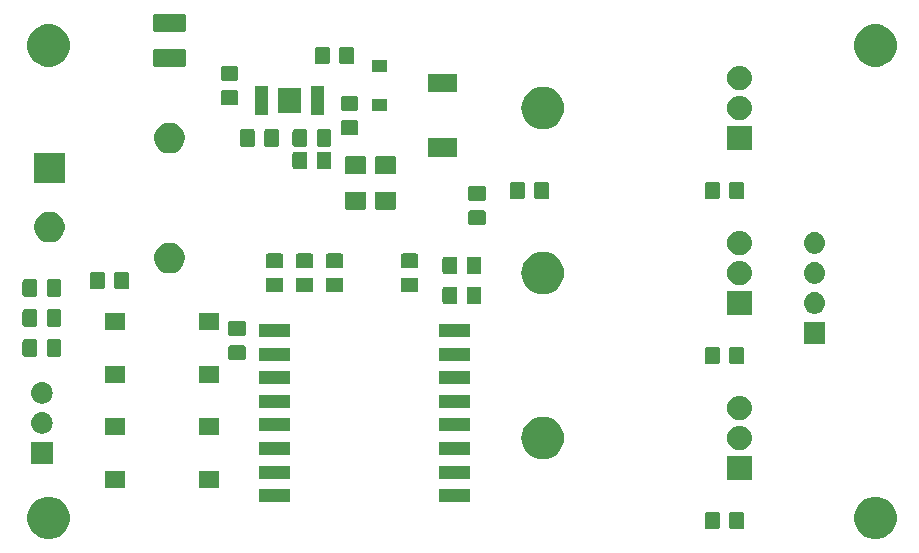
<source format=gts>
G04 #@! TF.GenerationSoftware,KiCad,Pcbnew,(5.1.0)-1*
G04 #@! TF.CreationDate,2019-04-07T02:16:08+02:00*
G04 #@! TF.ProjectId,WiFiLEDController_FET,57694669-4c45-4444-936f-6e74726f6c6c,rev?*
G04 #@! TF.SameCoordinates,Original*
G04 #@! TF.FileFunction,Soldermask,Top*
G04 #@! TF.FilePolarity,Negative*
%FSLAX46Y46*%
G04 Gerber Fmt 4.6, Leading zero omitted, Abs format (unit mm)*
G04 Created by KiCad (PCBNEW (5.1.0)-1) date 2019-04-07 02:16:08*
%MOMM*%
%LPD*%
G04 APERTURE LIST*
%ADD10C,0.100000*%
G04 APERTURE END LIST*
D10*
G36*
X221285645Y-112297969D02*
G01*
X221584090Y-112357333D01*
X221911862Y-112493101D01*
X222206849Y-112690205D01*
X222457715Y-112941071D01*
X222654819Y-113236058D01*
X222790587Y-113563830D01*
X222859800Y-113911791D01*
X222859800Y-114266569D01*
X222790587Y-114614530D01*
X222654819Y-114942302D01*
X222457715Y-115237289D01*
X222206849Y-115488155D01*
X221911862Y-115685259D01*
X221584090Y-115821027D01*
X221285645Y-115880391D01*
X221236130Y-115890240D01*
X220881350Y-115890240D01*
X220831835Y-115880391D01*
X220533390Y-115821027D01*
X220205618Y-115685259D01*
X219910631Y-115488155D01*
X219659765Y-115237289D01*
X219462661Y-114942302D01*
X219326893Y-114614530D01*
X219257680Y-114266569D01*
X219257680Y-113911791D01*
X219326893Y-113563830D01*
X219462661Y-113236058D01*
X219659765Y-112941071D01*
X219910631Y-112690205D01*
X220205618Y-112493101D01*
X220533390Y-112357333D01*
X220831835Y-112297969D01*
X220881350Y-112288120D01*
X221236130Y-112288120D01*
X221285645Y-112297969D01*
X221285645Y-112297969D01*
G37*
G36*
X151285785Y-112297969D02*
G01*
X151584230Y-112357333D01*
X151912002Y-112493101D01*
X152206989Y-112690205D01*
X152457855Y-112941071D01*
X152654959Y-113236058D01*
X152790727Y-113563830D01*
X152859940Y-113911791D01*
X152859940Y-114266569D01*
X152790727Y-114614530D01*
X152654959Y-114942302D01*
X152457855Y-115237289D01*
X152206989Y-115488155D01*
X151912002Y-115685259D01*
X151584230Y-115821027D01*
X151285785Y-115880391D01*
X151236270Y-115890240D01*
X150881490Y-115890240D01*
X150831975Y-115880391D01*
X150533530Y-115821027D01*
X150205758Y-115685259D01*
X149910771Y-115488155D01*
X149659905Y-115237289D01*
X149462801Y-114942302D01*
X149327033Y-114614530D01*
X149257820Y-114266569D01*
X149257820Y-113911791D01*
X149327033Y-113563830D01*
X149462801Y-113236058D01*
X149659905Y-112941071D01*
X149910771Y-112690205D01*
X150205758Y-112493101D01*
X150533530Y-112357333D01*
X150831975Y-112297969D01*
X150881490Y-112288120D01*
X151236270Y-112288120D01*
X151285785Y-112297969D01*
X151285785Y-112297969D01*
G37*
G36*
X207718674Y-113553465D02*
G01*
X207756367Y-113564899D01*
X207791103Y-113583466D01*
X207821548Y-113608452D01*
X207846534Y-113638897D01*
X207865101Y-113673633D01*
X207876535Y-113711326D01*
X207881000Y-113756661D01*
X207881000Y-114843339D01*
X207876535Y-114888674D01*
X207865101Y-114926367D01*
X207846534Y-114961103D01*
X207821548Y-114991548D01*
X207791103Y-115016534D01*
X207756367Y-115035101D01*
X207718674Y-115046535D01*
X207673339Y-115051000D01*
X206836661Y-115051000D01*
X206791326Y-115046535D01*
X206753633Y-115035101D01*
X206718897Y-115016534D01*
X206688452Y-114991548D01*
X206663466Y-114961103D01*
X206644899Y-114926367D01*
X206633465Y-114888674D01*
X206629000Y-114843339D01*
X206629000Y-113756661D01*
X206633465Y-113711326D01*
X206644899Y-113673633D01*
X206663466Y-113638897D01*
X206688452Y-113608452D01*
X206718897Y-113583466D01*
X206753633Y-113564899D01*
X206791326Y-113553465D01*
X206836661Y-113549000D01*
X207673339Y-113549000D01*
X207718674Y-113553465D01*
X207718674Y-113553465D01*
G37*
G36*
X209768674Y-113553465D02*
G01*
X209806367Y-113564899D01*
X209841103Y-113583466D01*
X209871548Y-113608452D01*
X209896534Y-113638897D01*
X209915101Y-113673633D01*
X209926535Y-113711326D01*
X209931000Y-113756661D01*
X209931000Y-114843339D01*
X209926535Y-114888674D01*
X209915101Y-114926367D01*
X209896534Y-114961103D01*
X209871548Y-114991548D01*
X209841103Y-115016534D01*
X209806367Y-115035101D01*
X209768674Y-115046535D01*
X209723339Y-115051000D01*
X208886661Y-115051000D01*
X208841326Y-115046535D01*
X208803633Y-115035101D01*
X208768897Y-115016534D01*
X208738452Y-114991548D01*
X208713466Y-114961103D01*
X208694899Y-114926367D01*
X208683465Y-114888674D01*
X208679000Y-114843339D01*
X208679000Y-113756661D01*
X208683465Y-113711326D01*
X208694899Y-113673633D01*
X208713466Y-113638897D01*
X208738452Y-113608452D01*
X208768897Y-113583466D01*
X208803633Y-113564899D01*
X208841326Y-113553465D01*
X208886661Y-113549000D01*
X209723339Y-113549000D01*
X209768674Y-113553465D01*
X209768674Y-113553465D01*
G37*
G36*
X171501000Y-112766000D02*
G01*
X168899000Y-112766000D01*
X168899000Y-111664000D01*
X171501000Y-111664000D01*
X171501000Y-112766000D01*
X171501000Y-112766000D01*
G37*
G36*
X186701000Y-112766000D02*
G01*
X184099000Y-112766000D01*
X184099000Y-111664000D01*
X186701000Y-111664000D01*
X186701000Y-112766000D01*
X186701000Y-112766000D01*
G37*
G36*
X165456000Y-111536000D02*
G01*
X163804000Y-111536000D01*
X163804000Y-110134000D01*
X165456000Y-110134000D01*
X165456000Y-111536000D01*
X165456000Y-111536000D01*
G37*
G36*
X157506000Y-111536000D02*
G01*
X155854000Y-111536000D01*
X155854000Y-110134000D01*
X157506000Y-110134000D01*
X157506000Y-111536000D01*
X157506000Y-111536000D01*
G37*
G36*
X210601000Y-110858500D02*
G01*
X208499000Y-110858500D01*
X208499000Y-108851500D01*
X210601000Y-108851500D01*
X210601000Y-110858500D01*
X210601000Y-110858500D01*
G37*
G36*
X186701000Y-110766000D02*
G01*
X184099000Y-110766000D01*
X184099000Y-109664000D01*
X186701000Y-109664000D01*
X186701000Y-110766000D01*
X186701000Y-110766000D01*
G37*
G36*
X171501000Y-110766000D02*
G01*
X168899000Y-110766000D01*
X168899000Y-109664000D01*
X171501000Y-109664000D01*
X171501000Y-110766000D01*
X171501000Y-110766000D01*
G37*
G36*
X151396000Y-109486000D02*
G01*
X149594000Y-109486000D01*
X149594000Y-107684000D01*
X151396000Y-107684000D01*
X151396000Y-109486000D01*
X151396000Y-109486000D01*
G37*
G36*
X193066669Y-105522686D02*
G01*
X193243058Y-105540059D01*
X193582548Y-105643042D01*
X193582550Y-105643043D01*
X193895422Y-105810277D01*
X194169661Y-106035339D01*
X194394723Y-106309578D01*
X194438493Y-106391466D01*
X194561958Y-106622452D01*
X194664941Y-106961942D01*
X194699714Y-107315000D01*
X194664941Y-107668058D01*
X194561958Y-108007548D01*
X194561957Y-108007550D01*
X194394723Y-108320422D01*
X194169661Y-108594661D01*
X193895422Y-108819723D01*
X193582550Y-108986957D01*
X193582548Y-108986958D01*
X193243058Y-109089941D01*
X193066669Y-109107314D01*
X192978476Y-109116000D01*
X192801524Y-109116000D01*
X192713331Y-109107314D01*
X192536942Y-109089941D01*
X192197452Y-108986958D01*
X192197450Y-108986957D01*
X191884578Y-108819723D01*
X191610339Y-108594661D01*
X191385277Y-108320422D01*
X191218043Y-108007550D01*
X191218042Y-108007548D01*
X191115059Y-107668058D01*
X191080286Y-107315000D01*
X191115059Y-106961942D01*
X191218042Y-106622452D01*
X191341507Y-106391466D01*
X191385277Y-106309578D01*
X191610339Y-106035339D01*
X191884578Y-105810277D01*
X192197450Y-105643043D01*
X192197452Y-105643042D01*
X192536942Y-105540059D01*
X192713331Y-105522686D01*
X192801524Y-105514000D01*
X192978476Y-105514000D01*
X193066669Y-105522686D01*
X193066669Y-105522686D01*
G37*
G36*
X186701000Y-108766000D02*
G01*
X184099000Y-108766000D01*
X184099000Y-107664000D01*
X186701000Y-107664000D01*
X186701000Y-108766000D01*
X186701000Y-108766000D01*
G37*
G36*
X171501000Y-108766000D02*
G01*
X168899000Y-108766000D01*
X168899000Y-107664000D01*
X171501000Y-107664000D01*
X171501000Y-108766000D01*
X171501000Y-108766000D01*
G37*
G36*
X209695936Y-106316340D02*
G01*
X209794220Y-106326020D01*
X209983381Y-106383401D01*
X210157712Y-106476583D01*
X210310515Y-106601985D01*
X210435917Y-106754788D01*
X210529099Y-106929119D01*
X210586480Y-107118280D01*
X210605855Y-107315000D01*
X210586480Y-107511720D01*
X210529099Y-107700881D01*
X210435917Y-107875212D01*
X210310515Y-108028015D01*
X210157712Y-108153417D01*
X209983381Y-108246599D01*
X209794220Y-108303980D01*
X209695936Y-108313660D01*
X209646795Y-108318500D01*
X209453205Y-108318500D01*
X209404064Y-108313660D01*
X209305780Y-108303980D01*
X209116619Y-108246599D01*
X208942288Y-108153417D01*
X208789485Y-108028015D01*
X208664083Y-107875212D01*
X208570901Y-107700881D01*
X208513520Y-107511720D01*
X208494145Y-107315000D01*
X208513520Y-107118280D01*
X208570901Y-106929119D01*
X208664083Y-106754788D01*
X208789485Y-106601985D01*
X208942288Y-106476583D01*
X209116619Y-106383401D01*
X209305780Y-106326020D01*
X209404064Y-106316340D01*
X209453205Y-106311500D01*
X209646795Y-106311500D01*
X209695936Y-106316340D01*
X209695936Y-106316340D01*
G37*
G36*
X157506000Y-107036000D02*
G01*
X155854000Y-107036000D01*
X155854000Y-105634000D01*
X157506000Y-105634000D01*
X157506000Y-107036000D01*
X157506000Y-107036000D01*
G37*
G36*
X165456000Y-107036000D02*
G01*
X163804000Y-107036000D01*
X163804000Y-105634000D01*
X165456000Y-105634000D01*
X165456000Y-107036000D01*
X165456000Y-107036000D01*
G37*
G36*
X150605443Y-105150519D02*
G01*
X150671627Y-105157037D01*
X150841466Y-105208557D01*
X150997991Y-105292222D01*
X151033729Y-105321552D01*
X151135186Y-105404814D01*
X151203466Y-105488015D01*
X151247778Y-105542009D01*
X151331443Y-105698534D01*
X151382963Y-105868373D01*
X151400359Y-106045000D01*
X151382963Y-106221627D01*
X151331443Y-106391466D01*
X151247778Y-106547991D01*
X151218448Y-106583729D01*
X151135186Y-106685186D01*
X151050374Y-106754788D01*
X150997991Y-106797778D01*
X150841466Y-106881443D01*
X150671627Y-106932963D01*
X150605442Y-106939482D01*
X150539260Y-106946000D01*
X150450740Y-106946000D01*
X150384558Y-106939482D01*
X150318373Y-106932963D01*
X150148534Y-106881443D01*
X149992009Y-106797778D01*
X149939626Y-106754788D01*
X149854814Y-106685186D01*
X149771552Y-106583729D01*
X149742222Y-106547991D01*
X149658557Y-106391466D01*
X149607037Y-106221627D01*
X149589641Y-106045000D01*
X149607037Y-105868373D01*
X149658557Y-105698534D01*
X149742222Y-105542009D01*
X149786534Y-105488015D01*
X149854814Y-105404814D01*
X149956271Y-105321552D01*
X149992009Y-105292222D01*
X150148534Y-105208557D01*
X150318373Y-105157037D01*
X150384558Y-105150518D01*
X150450740Y-105144000D01*
X150539260Y-105144000D01*
X150605443Y-105150519D01*
X150605443Y-105150519D01*
G37*
G36*
X186701000Y-106766000D02*
G01*
X184099000Y-106766000D01*
X184099000Y-105664000D01*
X186701000Y-105664000D01*
X186701000Y-106766000D01*
X186701000Y-106766000D01*
G37*
G36*
X171501000Y-106766000D02*
G01*
X168899000Y-106766000D01*
X168899000Y-105664000D01*
X171501000Y-105664000D01*
X171501000Y-106766000D01*
X171501000Y-106766000D01*
G37*
G36*
X209695936Y-103776340D02*
G01*
X209794220Y-103786020D01*
X209983381Y-103843401D01*
X210157712Y-103936583D01*
X210310515Y-104061985D01*
X210435917Y-104214788D01*
X210529099Y-104389119D01*
X210586480Y-104578280D01*
X210605855Y-104775000D01*
X210586480Y-104971720D01*
X210529099Y-105160881D01*
X210435917Y-105335212D01*
X210310515Y-105488015D01*
X210157712Y-105613417D01*
X209983381Y-105706599D01*
X209794220Y-105763980D01*
X209695936Y-105773660D01*
X209646795Y-105778500D01*
X209453205Y-105778500D01*
X209404064Y-105773660D01*
X209305780Y-105763980D01*
X209116619Y-105706599D01*
X208942288Y-105613417D01*
X208789485Y-105488015D01*
X208664083Y-105335212D01*
X208570901Y-105160881D01*
X208513520Y-104971720D01*
X208494145Y-104775000D01*
X208513520Y-104578280D01*
X208570901Y-104389119D01*
X208664083Y-104214788D01*
X208789485Y-104061985D01*
X208942288Y-103936583D01*
X209116619Y-103843401D01*
X209305780Y-103786020D01*
X209404064Y-103776340D01*
X209453205Y-103771500D01*
X209646795Y-103771500D01*
X209695936Y-103776340D01*
X209695936Y-103776340D01*
G37*
G36*
X171501000Y-104766000D02*
G01*
X168899000Y-104766000D01*
X168899000Y-103664000D01*
X171501000Y-103664000D01*
X171501000Y-104766000D01*
X171501000Y-104766000D01*
G37*
G36*
X186701000Y-104766000D02*
G01*
X184099000Y-104766000D01*
X184099000Y-103664000D01*
X186701000Y-103664000D01*
X186701000Y-104766000D01*
X186701000Y-104766000D01*
G37*
G36*
X150605442Y-102610518D02*
G01*
X150671627Y-102617037D01*
X150841466Y-102668557D01*
X150997991Y-102752222D01*
X151014779Y-102766000D01*
X151135186Y-102864814D01*
X151218448Y-102966271D01*
X151247778Y-103002009D01*
X151331443Y-103158534D01*
X151382963Y-103328373D01*
X151400359Y-103505000D01*
X151382963Y-103681627D01*
X151331443Y-103851466D01*
X151247778Y-104007991D01*
X151218448Y-104043729D01*
X151135186Y-104145186D01*
X151050374Y-104214788D01*
X150997991Y-104257778D01*
X150841466Y-104341443D01*
X150671627Y-104392963D01*
X150605442Y-104399482D01*
X150539260Y-104406000D01*
X150450740Y-104406000D01*
X150384558Y-104399482D01*
X150318373Y-104392963D01*
X150148534Y-104341443D01*
X149992009Y-104257778D01*
X149939626Y-104214788D01*
X149854814Y-104145186D01*
X149771552Y-104043729D01*
X149742222Y-104007991D01*
X149658557Y-103851466D01*
X149607037Y-103681627D01*
X149589641Y-103505000D01*
X149607037Y-103328373D01*
X149658557Y-103158534D01*
X149742222Y-103002009D01*
X149771552Y-102966271D01*
X149854814Y-102864814D01*
X149975221Y-102766000D01*
X149992009Y-102752222D01*
X150148534Y-102668557D01*
X150318373Y-102617037D01*
X150384558Y-102610518D01*
X150450740Y-102604000D01*
X150539260Y-102604000D01*
X150605442Y-102610518D01*
X150605442Y-102610518D01*
G37*
G36*
X171501000Y-102766000D02*
G01*
X168899000Y-102766000D01*
X168899000Y-101664000D01*
X171501000Y-101664000D01*
X171501000Y-102766000D01*
X171501000Y-102766000D01*
G37*
G36*
X186701000Y-102766000D02*
G01*
X184099000Y-102766000D01*
X184099000Y-101664000D01*
X186701000Y-101664000D01*
X186701000Y-102766000D01*
X186701000Y-102766000D01*
G37*
G36*
X165456000Y-102646000D02*
G01*
X163804000Y-102646000D01*
X163804000Y-101244000D01*
X165456000Y-101244000D01*
X165456000Y-102646000D01*
X165456000Y-102646000D01*
G37*
G36*
X157506000Y-102646000D02*
G01*
X155854000Y-102646000D01*
X155854000Y-101244000D01*
X157506000Y-101244000D01*
X157506000Y-102646000D01*
X157506000Y-102646000D01*
G37*
G36*
X207718674Y-99583465D02*
G01*
X207756367Y-99594899D01*
X207791103Y-99613466D01*
X207821548Y-99638452D01*
X207846534Y-99668897D01*
X207865101Y-99703633D01*
X207876535Y-99741326D01*
X207881000Y-99786661D01*
X207881000Y-100873339D01*
X207876535Y-100918674D01*
X207865101Y-100956367D01*
X207846534Y-100991103D01*
X207821548Y-101021548D01*
X207791103Y-101046534D01*
X207756367Y-101065101D01*
X207718674Y-101076535D01*
X207673339Y-101081000D01*
X206836661Y-101081000D01*
X206791326Y-101076535D01*
X206753633Y-101065101D01*
X206718897Y-101046534D01*
X206688452Y-101021548D01*
X206663466Y-100991103D01*
X206644899Y-100956367D01*
X206633465Y-100918674D01*
X206629000Y-100873339D01*
X206629000Y-99786661D01*
X206633465Y-99741326D01*
X206644899Y-99703633D01*
X206663466Y-99668897D01*
X206688452Y-99638452D01*
X206718897Y-99613466D01*
X206753633Y-99594899D01*
X206791326Y-99583465D01*
X206836661Y-99579000D01*
X207673339Y-99579000D01*
X207718674Y-99583465D01*
X207718674Y-99583465D01*
G37*
G36*
X209768674Y-99583465D02*
G01*
X209806367Y-99594899D01*
X209841103Y-99613466D01*
X209871548Y-99638452D01*
X209896534Y-99668897D01*
X209915101Y-99703633D01*
X209926535Y-99741326D01*
X209931000Y-99786661D01*
X209931000Y-100873339D01*
X209926535Y-100918674D01*
X209915101Y-100956367D01*
X209896534Y-100991103D01*
X209871548Y-101021548D01*
X209841103Y-101046534D01*
X209806367Y-101065101D01*
X209768674Y-101076535D01*
X209723339Y-101081000D01*
X208886661Y-101081000D01*
X208841326Y-101076535D01*
X208803633Y-101065101D01*
X208768897Y-101046534D01*
X208738452Y-101021548D01*
X208713466Y-100991103D01*
X208694899Y-100956367D01*
X208683465Y-100918674D01*
X208679000Y-100873339D01*
X208679000Y-99786661D01*
X208683465Y-99741326D01*
X208694899Y-99703633D01*
X208713466Y-99668897D01*
X208738452Y-99638452D01*
X208768897Y-99613466D01*
X208803633Y-99594899D01*
X208841326Y-99583465D01*
X208886661Y-99579000D01*
X209723339Y-99579000D01*
X209768674Y-99583465D01*
X209768674Y-99583465D01*
G37*
G36*
X186701000Y-100766000D02*
G01*
X184099000Y-100766000D01*
X184099000Y-99664000D01*
X186701000Y-99664000D01*
X186701000Y-100766000D01*
X186701000Y-100766000D01*
G37*
G36*
X171501000Y-100766000D02*
G01*
X168899000Y-100766000D01*
X168899000Y-99664000D01*
X171501000Y-99664000D01*
X171501000Y-100766000D01*
X171501000Y-100766000D01*
G37*
G36*
X167593674Y-99463465D02*
G01*
X167631367Y-99474899D01*
X167666103Y-99493466D01*
X167696548Y-99518452D01*
X167721534Y-99548897D01*
X167740101Y-99583633D01*
X167751535Y-99621326D01*
X167756000Y-99666661D01*
X167756000Y-100503339D01*
X167751535Y-100548674D01*
X167740101Y-100586367D01*
X167721534Y-100621103D01*
X167696548Y-100651548D01*
X167666103Y-100676534D01*
X167631367Y-100695101D01*
X167593674Y-100706535D01*
X167548339Y-100711000D01*
X166461661Y-100711000D01*
X166416326Y-100706535D01*
X166378633Y-100695101D01*
X166343897Y-100676534D01*
X166313452Y-100651548D01*
X166288466Y-100621103D01*
X166269899Y-100586367D01*
X166258465Y-100548674D01*
X166254000Y-100503339D01*
X166254000Y-99666661D01*
X166258465Y-99621326D01*
X166269899Y-99583633D01*
X166288466Y-99548897D01*
X166313452Y-99518452D01*
X166343897Y-99493466D01*
X166378633Y-99474899D01*
X166416326Y-99463465D01*
X166461661Y-99459000D01*
X167548339Y-99459000D01*
X167593674Y-99463465D01*
X167593674Y-99463465D01*
G37*
G36*
X149933674Y-98948465D02*
G01*
X149971367Y-98959899D01*
X150006103Y-98978466D01*
X150036548Y-99003452D01*
X150061534Y-99033897D01*
X150080101Y-99068633D01*
X150091535Y-99106326D01*
X150096000Y-99151661D01*
X150096000Y-100238339D01*
X150091535Y-100283674D01*
X150080101Y-100321367D01*
X150061534Y-100356103D01*
X150036548Y-100386548D01*
X150006103Y-100411534D01*
X149971367Y-100430101D01*
X149933674Y-100441535D01*
X149888339Y-100446000D01*
X149051661Y-100446000D01*
X149006326Y-100441535D01*
X148968633Y-100430101D01*
X148933897Y-100411534D01*
X148903452Y-100386548D01*
X148878466Y-100356103D01*
X148859899Y-100321367D01*
X148848465Y-100283674D01*
X148844000Y-100238339D01*
X148844000Y-99151661D01*
X148848465Y-99106326D01*
X148859899Y-99068633D01*
X148878466Y-99033897D01*
X148903452Y-99003452D01*
X148933897Y-98978466D01*
X148968633Y-98959899D01*
X149006326Y-98948465D01*
X149051661Y-98944000D01*
X149888339Y-98944000D01*
X149933674Y-98948465D01*
X149933674Y-98948465D01*
G37*
G36*
X151983674Y-98948465D02*
G01*
X152021367Y-98959899D01*
X152056103Y-98978466D01*
X152086548Y-99003452D01*
X152111534Y-99033897D01*
X152130101Y-99068633D01*
X152141535Y-99106326D01*
X152146000Y-99151661D01*
X152146000Y-100238339D01*
X152141535Y-100283674D01*
X152130101Y-100321367D01*
X152111534Y-100356103D01*
X152086548Y-100386548D01*
X152056103Y-100411534D01*
X152021367Y-100430101D01*
X151983674Y-100441535D01*
X151938339Y-100446000D01*
X151101661Y-100446000D01*
X151056326Y-100441535D01*
X151018633Y-100430101D01*
X150983897Y-100411534D01*
X150953452Y-100386548D01*
X150928466Y-100356103D01*
X150909899Y-100321367D01*
X150898465Y-100283674D01*
X150894000Y-100238339D01*
X150894000Y-99151661D01*
X150898465Y-99106326D01*
X150909899Y-99068633D01*
X150928466Y-99033897D01*
X150953452Y-99003452D01*
X150983897Y-98978466D01*
X151018633Y-98959899D01*
X151056326Y-98948465D01*
X151101661Y-98944000D01*
X151938339Y-98944000D01*
X151983674Y-98948465D01*
X151983674Y-98948465D01*
G37*
G36*
X216801000Y-99326000D02*
G01*
X214999000Y-99326000D01*
X214999000Y-97524000D01*
X216801000Y-97524000D01*
X216801000Y-99326000D01*
X216801000Y-99326000D01*
G37*
G36*
X186701000Y-98766000D02*
G01*
X184099000Y-98766000D01*
X184099000Y-97664000D01*
X186701000Y-97664000D01*
X186701000Y-98766000D01*
X186701000Y-98766000D01*
G37*
G36*
X171501000Y-98766000D02*
G01*
X168899000Y-98766000D01*
X168899000Y-97664000D01*
X171501000Y-97664000D01*
X171501000Y-98766000D01*
X171501000Y-98766000D01*
G37*
G36*
X167593674Y-97413465D02*
G01*
X167631367Y-97424899D01*
X167666103Y-97443466D01*
X167696548Y-97468452D01*
X167721534Y-97498897D01*
X167740101Y-97533633D01*
X167751535Y-97571326D01*
X167756000Y-97616661D01*
X167756000Y-98453339D01*
X167751535Y-98498674D01*
X167740101Y-98536367D01*
X167721534Y-98571103D01*
X167696548Y-98601548D01*
X167666103Y-98626534D01*
X167631367Y-98645101D01*
X167593674Y-98656535D01*
X167548339Y-98661000D01*
X166461661Y-98661000D01*
X166416326Y-98656535D01*
X166378633Y-98645101D01*
X166343897Y-98626534D01*
X166313452Y-98601548D01*
X166288466Y-98571103D01*
X166269899Y-98536367D01*
X166258465Y-98498674D01*
X166254000Y-98453339D01*
X166254000Y-97616661D01*
X166258465Y-97571326D01*
X166269899Y-97533633D01*
X166288466Y-97498897D01*
X166313452Y-97468452D01*
X166343897Y-97443466D01*
X166378633Y-97424899D01*
X166416326Y-97413465D01*
X166461661Y-97409000D01*
X167548339Y-97409000D01*
X167593674Y-97413465D01*
X167593674Y-97413465D01*
G37*
G36*
X157506000Y-98146000D02*
G01*
X155854000Y-98146000D01*
X155854000Y-96744000D01*
X157506000Y-96744000D01*
X157506000Y-98146000D01*
X157506000Y-98146000D01*
G37*
G36*
X165456000Y-98146000D02*
G01*
X163804000Y-98146000D01*
X163804000Y-96744000D01*
X165456000Y-96744000D01*
X165456000Y-98146000D01*
X165456000Y-98146000D01*
G37*
G36*
X151983674Y-96408465D02*
G01*
X152021367Y-96419899D01*
X152056103Y-96438466D01*
X152086548Y-96463452D01*
X152111534Y-96493897D01*
X152130101Y-96528633D01*
X152141535Y-96566326D01*
X152146000Y-96611661D01*
X152146000Y-97698339D01*
X152141535Y-97743674D01*
X152130101Y-97781367D01*
X152111534Y-97816103D01*
X152086548Y-97846548D01*
X152056103Y-97871534D01*
X152021367Y-97890101D01*
X151983674Y-97901535D01*
X151938339Y-97906000D01*
X151101661Y-97906000D01*
X151056326Y-97901535D01*
X151018633Y-97890101D01*
X150983897Y-97871534D01*
X150953452Y-97846548D01*
X150928466Y-97816103D01*
X150909899Y-97781367D01*
X150898465Y-97743674D01*
X150894000Y-97698339D01*
X150894000Y-96611661D01*
X150898465Y-96566326D01*
X150909899Y-96528633D01*
X150928466Y-96493897D01*
X150953452Y-96463452D01*
X150983897Y-96438466D01*
X151018633Y-96419899D01*
X151056326Y-96408465D01*
X151101661Y-96404000D01*
X151938339Y-96404000D01*
X151983674Y-96408465D01*
X151983674Y-96408465D01*
G37*
G36*
X149933674Y-96408465D02*
G01*
X149971367Y-96419899D01*
X150006103Y-96438466D01*
X150036548Y-96463452D01*
X150061534Y-96493897D01*
X150080101Y-96528633D01*
X150091535Y-96566326D01*
X150096000Y-96611661D01*
X150096000Y-97698339D01*
X150091535Y-97743674D01*
X150080101Y-97781367D01*
X150061534Y-97816103D01*
X150036548Y-97846548D01*
X150006103Y-97871534D01*
X149971367Y-97890101D01*
X149933674Y-97901535D01*
X149888339Y-97906000D01*
X149051661Y-97906000D01*
X149006326Y-97901535D01*
X148968633Y-97890101D01*
X148933897Y-97871534D01*
X148903452Y-97846548D01*
X148878466Y-97816103D01*
X148859899Y-97781367D01*
X148848465Y-97743674D01*
X148844000Y-97698339D01*
X148844000Y-96611661D01*
X148848465Y-96566326D01*
X148859899Y-96528633D01*
X148878466Y-96493897D01*
X148903452Y-96463452D01*
X148933897Y-96438466D01*
X148968633Y-96419899D01*
X149006326Y-96408465D01*
X149051661Y-96404000D01*
X149888339Y-96404000D01*
X149933674Y-96408465D01*
X149933674Y-96408465D01*
G37*
G36*
X210601000Y-96888500D02*
G01*
X208499000Y-96888500D01*
X208499000Y-94881500D01*
X210601000Y-94881500D01*
X210601000Y-96888500D01*
X210601000Y-96888500D01*
G37*
G36*
X216010443Y-94990519D02*
G01*
X216076627Y-94997037D01*
X216246466Y-95048557D01*
X216402991Y-95132222D01*
X216434814Y-95158339D01*
X216540186Y-95244814D01*
X216601996Y-95320131D01*
X216652778Y-95382009D01*
X216736443Y-95538534D01*
X216787963Y-95708373D01*
X216805359Y-95885000D01*
X216787963Y-96061627D01*
X216736443Y-96231466D01*
X216652778Y-96387991D01*
X216635975Y-96408465D01*
X216540186Y-96525186D01*
X216438729Y-96608448D01*
X216402991Y-96637778D01*
X216246466Y-96721443D01*
X216076627Y-96772963D01*
X216010442Y-96779482D01*
X215944260Y-96786000D01*
X215855740Y-96786000D01*
X215789558Y-96779482D01*
X215723373Y-96772963D01*
X215553534Y-96721443D01*
X215397009Y-96637778D01*
X215361271Y-96608448D01*
X215259814Y-96525186D01*
X215164025Y-96408465D01*
X215147222Y-96387991D01*
X215063557Y-96231466D01*
X215012037Y-96061627D01*
X214994641Y-95885000D01*
X215012037Y-95708373D01*
X215063557Y-95538534D01*
X215147222Y-95382009D01*
X215198004Y-95320131D01*
X215259814Y-95244814D01*
X215365186Y-95158339D01*
X215397009Y-95132222D01*
X215553534Y-95048557D01*
X215723373Y-94997037D01*
X215789557Y-94990519D01*
X215855740Y-94984000D01*
X215944260Y-94984000D01*
X216010443Y-94990519D01*
X216010443Y-94990519D01*
G37*
G36*
X187543674Y-94503465D02*
G01*
X187581367Y-94514899D01*
X187616103Y-94533466D01*
X187646548Y-94558452D01*
X187671534Y-94588897D01*
X187690101Y-94623633D01*
X187701535Y-94661326D01*
X187706000Y-94706661D01*
X187706000Y-95793339D01*
X187701535Y-95838674D01*
X187690101Y-95876367D01*
X187671534Y-95911103D01*
X187646548Y-95941548D01*
X187616103Y-95966534D01*
X187581367Y-95985101D01*
X187543674Y-95996535D01*
X187498339Y-96001000D01*
X186661661Y-96001000D01*
X186616326Y-95996535D01*
X186578633Y-95985101D01*
X186543897Y-95966534D01*
X186513452Y-95941548D01*
X186488466Y-95911103D01*
X186469899Y-95876367D01*
X186458465Y-95838674D01*
X186454000Y-95793339D01*
X186454000Y-94706661D01*
X186458465Y-94661326D01*
X186469899Y-94623633D01*
X186488466Y-94588897D01*
X186513452Y-94558452D01*
X186543897Y-94533466D01*
X186578633Y-94514899D01*
X186616326Y-94503465D01*
X186661661Y-94499000D01*
X187498339Y-94499000D01*
X187543674Y-94503465D01*
X187543674Y-94503465D01*
G37*
G36*
X185493674Y-94503465D02*
G01*
X185531367Y-94514899D01*
X185566103Y-94533466D01*
X185596548Y-94558452D01*
X185621534Y-94588897D01*
X185640101Y-94623633D01*
X185651535Y-94661326D01*
X185656000Y-94706661D01*
X185656000Y-95793339D01*
X185651535Y-95838674D01*
X185640101Y-95876367D01*
X185621534Y-95911103D01*
X185596548Y-95941548D01*
X185566103Y-95966534D01*
X185531367Y-95985101D01*
X185493674Y-95996535D01*
X185448339Y-96001000D01*
X184611661Y-96001000D01*
X184566326Y-95996535D01*
X184528633Y-95985101D01*
X184493897Y-95966534D01*
X184463452Y-95941548D01*
X184438466Y-95911103D01*
X184419899Y-95876367D01*
X184408465Y-95838674D01*
X184404000Y-95793339D01*
X184404000Y-94706661D01*
X184408465Y-94661326D01*
X184419899Y-94623633D01*
X184438466Y-94588897D01*
X184463452Y-94558452D01*
X184493897Y-94533466D01*
X184528633Y-94514899D01*
X184566326Y-94503465D01*
X184611661Y-94499000D01*
X185448339Y-94499000D01*
X185493674Y-94503465D01*
X185493674Y-94503465D01*
G37*
G36*
X149933674Y-93868465D02*
G01*
X149971367Y-93879899D01*
X150006103Y-93898466D01*
X150036548Y-93923452D01*
X150061534Y-93953897D01*
X150080101Y-93988633D01*
X150091535Y-94026326D01*
X150096000Y-94071661D01*
X150096000Y-95158339D01*
X150091535Y-95203674D01*
X150080101Y-95241367D01*
X150061534Y-95276103D01*
X150036548Y-95306548D01*
X150006103Y-95331534D01*
X149971367Y-95350101D01*
X149933674Y-95361535D01*
X149888339Y-95366000D01*
X149051661Y-95366000D01*
X149006326Y-95361535D01*
X148968633Y-95350101D01*
X148933897Y-95331534D01*
X148903452Y-95306548D01*
X148878466Y-95276103D01*
X148859899Y-95241367D01*
X148848465Y-95203674D01*
X148844000Y-95158339D01*
X148844000Y-94071661D01*
X148848465Y-94026326D01*
X148859899Y-93988633D01*
X148878466Y-93953897D01*
X148903452Y-93923452D01*
X148933897Y-93898466D01*
X148968633Y-93879899D01*
X149006326Y-93868465D01*
X149051661Y-93864000D01*
X149888339Y-93864000D01*
X149933674Y-93868465D01*
X149933674Y-93868465D01*
G37*
G36*
X151983674Y-93868465D02*
G01*
X152021367Y-93879899D01*
X152056103Y-93898466D01*
X152086548Y-93923452D01*
X152111534Y-93953897D01*
X152130101Y-93988633D01*
X152141535Y-94026326D01*
X152146000Y-94071661D01*
X152146000Y-95158339D01*
X152141535Y-95203674D01*
X152130101Y-95241367D01*
X152111534Y-95276103D01*
X152086548Y-95306548D01*
X152056103Y-95331534D01*
X152021367Y-95350101D01*
X151983674Y-95361535D01*
X151938339Y-95366000D01*
X151101661Y-95366000D01*
X151056326Y-95361535D01*
X151018633Y-95350101D01*
X150983897Y-95331534D01*
X150953452Y-95306548D01*
X150928466Y-95276103D01*
X150909899Y-95241367D01*
X150898465Y-95203674D01*
X150894000Y-95158339D01*
X150894000Y-94071661D01*
X150898465Y-94026326D01*
X150909899Y-93988633D01*
X150928466Y-93953897D01*
X150953452Y-93923452D01*
X150983897Y-93898466D01*
X151018633Y-93879899D01*
X151056326Y-93868465D01*
X151101661Y-93864000D01*
X151938339Y-93864000D01*
X151983674Y-93868465D01*
X151983674Y-93868465D01*
G37*
G36*
X193066669Y-91552686D02*
G01*
X193243058Y-91570059D01*
X193582548Y-91673042D01*
X193582550Y-91673043D01*
X193895422Y-91840277D01*
X194169661Y-92065339D01*
X194394723Y-92339578D01*
X194450538Y-92444000D01*
X194561958Y-92652452D01*
X194664941Y-92991942D01*
X194699714Y-93345000D01*
X194664941Y-93698058D01*
X194561958Y-94037548D01*
X194561957Y-94037550D01*
X194394723Y-94350422D01*
X194169661Y-94624661D01*
X193895422Y-94849723D01*
X193582550Y-95016957D01*
X193582548Y-95016958D01*
X193243058Y-95119941D01*
X193118376Y-95132221D01*
X192978476Y-95146000D01*
X192801524Y-95146000D01*
X192661624Y-95132221D01*
X192536942Y-95119941D01*
X192197452Y-95016958D01*
X192197450Y-95016957D01*
X191884578Y-94849723D01*
X191610339Y-94624661D01*
X191385277Y-94350422D01*
X191218043Y-94037550D01*
X191218042Y-94037548D01*
X191115059Y-93698058D01*
X191080286Y-93345000D01*
X191115059Y-92991942D01*
X191218042Y-92652452D01*
X191329462Y-92444000D01*
X191385277Y-92339578D01*
X191610339Y-92065339D01*
X191884578Y-91840277D01*
X192197450Y-91673043D01*
X192197452Y-91673042D01*
X192536942Y-91570059D01*
X192713331Y-91552686D01*
X192801524Y-91544000D01*
X192978476Y-91544000D01*
X193066669Y-91552686D01*
X193066669Y-91552686D01*
G37*
G36*
X182198674Y-93748465D02*
G01*
X182236367Y-93759899D01*
X182271103Y-93778466D01*
X182301548Y-93803452D01*
X182326534Y-93833897D01*
X182345101Y-93868633D01*
X182356535Y-93906326D01*
X182361000Y-93951661D01*
X182361000Y-94788339D01*
X182356535Y-94833674D01*
X182345101Y-94871367D01*
X182326534Y-94906103D01*
X182301548Y-94936548D01*
X182271103Y-94961534D01*
X182236367Y-94980101D01*
X182198674Y-94991535D01*
X182153339Y-94996000D01*
X181066661Y-94996000D01*
X181021326Y-94991535D01*
X180983633Y-94980101D01*
X180948897Y-94961534D01*
X180918452Y-94936548D01*
X180893466Y-94906103D01*
X180874899Y-94871367D01*
X180863465Y-94833674D01*
X180859000Y-94788339D01*
X180859000Y-93951661D01*
X180863465Y-93906326D01*
X180874899Y-93868633D01*
X180893466Y-93833897D01*
X180918452Y-93803452D01*
X180948897Y-93778466D01*
X180983633Y-93759899D01*
X181021326Y-93748465D01*
X181066661Y-93744000D01*
X182153339Y-93744000D01*
X182198674Y-93748465D01*
X182198674Y-93748465D01*
G37*
G36*
X173308674Y-93748465D02*
G01*
X173346367Y-93759899D01*
X173381103Y-93778466D01*
X173411548Y-93803452D01*
X173436534Y-93833897D01*
X173455101Y-93868633D01*
X173466535Y-93906326D01*
X173471000Y-93951661D01*
X173471000Y-94788339D01*
X173466535Y-94833674D01*
X173455101Y-94871367D01*
X173436534Y-94906103D01*
X173411548Y-94936548D01*
X173381103Y-94961534D01*
X173346367Y-94980101D01*
X173308674Y-94991535D01*
X173263339Y-94996000D01*
X172176661Y-94996000D01*
X172131326Y-94991535D01*
X172093633Y-94980101D01*
X172058897Y-94961534D01*
X172028452Y-94936548D01*
X172003466Y-94906103D01*
X171984899Y-94871367D01*
X171973465Y-94833674D01*
X171969000Y-94788339D01*
X171969000Y-93951661D01*
X171973465Y-93906326D01*
X171984899Y-93868633D01*
X172003466Y-93833897D01*
X172028452Y-93803452D01*
X172058897Y-93778466D01*
X172093633Y-93759899D01*
X172131326Y-93748465D01*
X172176661Y-93744000D01*
X173263339Y-93744000D01*
X173308674Y-93748465D01*
X173308674Y-93748465D01*
G37*
G36*
X175848674Y-93748465D02*
G01*
X175886367Y-93759899D01*
X175921103Y-93778466D01*
X175951548Y-93803452D01*
X175976534Y-93833897D01*
X175995101Y-93868633D01*
X176006535Y-93906326D01*
X176011000Y-93951661D01*
X176011000Y-94788339D01*
X176006535Y-94833674D01*
X175995101Y-94871367D01*
X175976534Y-94906103D01*
X175951548Y-94936548D01*
X175921103Y-94961534D01*
X175886367Y-94980101D01*
X175848674Y-94991535D01*
X175803339Y-94996000D01*
X174716661Y-94996000D01*
X174671326Y-94991535D01*
X174633633Y-94980101D01*
X174598897Y-94961534D01*
X174568452Y-94936548D01*
X174543466Y-94906103D01*
X174524899Y-94871367D01*
X174513465Y-94833674D01*
X174509000Y-94788339D01*
X174509000Y-93951661D01*
X174513465Y-93906326D01*
X174524899Y-93868633D01*
X174543466Y-93833897D01*
X174568452Y-93803452D01*
X174598897Y-93778466D01*
X174633633Y-93759899D01*
X174671326Y-93748465D01*
X174716661Y-93744000D01*
X175803339Y-93744000D01*
X175848674Y-93748465D01*
X175848674Y-93748465D01*
G37*
G36*
X170768674Y-93748465D02*
G01*
X170806367Y-93759899D01*
X170841103Y-93778466D01*
X170871548Y-93803452D01*
X170896534Y-93833897D01*
X170915101Y-93868633D01*
X170926535Y-93906326D01*
X170931000Y-93951661D01*
X170931000Y-94788339D01*
X170926535Y-94833674D01*
X170915101Y-94871367D01*
X170896534Y-94906103D01*
X170871548Y-94936548D01*
X170841103Y-94961534D01*
X170806367Y-94980101D01*
X170768674Y-94991535D01*
X170723339Y-94996000D01*
X169636661Y-94996000D01*
X169591326Y-94991535D01*
X169553633Y-94980101D01*
X169518897Y-94961534D01*
X169488452Y-94936548D01*
X169463466Y-94906103D01*
X169444899Y-94871367D01*
X169433465Y-94833674D01*
X169429000Y-94788339D01*
X169429000Y-93951661D01*
X169433465Y-93906326D01*
X169444899Y-93868633D01*
X169463466Y-93833897D01*
X169488452Y-93803452D01*
X169518897Y-93778466D01*
X169553633Y-93759899D01*
X169591326Y-93748465D01*
X169636661Y-93744000D01*
X170723339Y-93744000D01*
X170768674Y-93748465D01*
X170768674Y-93748465D01*
G37*
G36*
X157698674Y-93233465D02*
G01*
X157736367Y-93244899D01*
X157771103Y-93263466D01*
X157801548Y-93288452D01*
X157826534Y-93318897D01*
X157845101Y-93353633D01*
X157856535Y-93391326D01*
X157861000Y-93436661D01*
X157861000Y-94523339D01*
X157856535Y-94568674D01*
X157845101Y-94606367D01*
X157826534Y-94641103D01*
X157801548Y-94671548D01*
X157771103Y-94696534D01*
X157736367Y-94715101D01*
X157698674Y-94726535D01*
X157653339Y-94731000D01*
X156816661Y-94731000D01*
X156771326Y-94726535D01*
X156733633Y-94715101D01*
X156698897Y-94696534D01*
X156668452Y-94671548D01*
X156643466Y-94641103D01*
X156624899Y-94606367D01*
X156613465Y-94568674D01*
X156609000Y-94523339D01*
X156609000Y-93436661D01*
X156613465Y-93391326D01*
X156624899Y-93353633D01*
X156643466Y-93318897D01*
X156668452Y-93288452D01*
X156698897Y-93263466D01*
X156733633Y-93244899D01*
X156771326Y-93233465D01*
X156816661Y-93229000D01*
X157653339Y-93229000D01*
X157698674Y-93233465D01*
X157698674Y-93233465D01*
G37*
G36*
X155648674Y-93233465D02*
G01*
X155686367Y-93244899D01*
X155721103Y-93263466D01*
X155751548Y-93288452D01*
X155776534Y-93318897D01*
X155795101Y-93353633D01*
X155806535Y-93391326D01*
X155811000Y-93436661D01*
X155811000Y-94523339D01*
X155806535Y-94568674D01*
X155795101Y-94606367D01*
X155776534Y-94641103D01*
X155751548Y-94671548D01*
X155721103Y-94696534D01*
X155686367Y-94715101D01*
X155648674Y-94726535D01*
X155603339Y-94731000D01*
X154766661Y-94731000D01*
X154721326Y-94726535D01*
X154683633Y-94715101D01*
X154648897Y-94696534D01*
X154618452Y-94671548D01*
X154593466Y-94641103D01*
X154574899Y-94606367D01*
X154563465Y-94568674D01*
X154559000Y-94523339D01*
X154559000Y-93436661D01*
X154563465Y-93391326D01*
X154574899Y-93353633D01*
X154593466Y-93318897D01*
X154618452Y-93288452D01*
X154648897Y-93263466D01*
X154683633Y-93244899D01*
X154721326Y-93233465D01*
X154766661Y-93229000D01*
X155603339Y-93229000D01*
X155648674Y-93233465D01*
X155648674Y-93233465D01*
G37*
G36*
X209695936Y-92346340D02*
G01*
X209794220Y-92356020D01*
X209983381Y-92413401D01*
X210157712Y-92506583D01*
X210310515Y-92631985D01*
X210435917Y-92784788D01*
X210529099Y-92959119D01*
X210586480Y-93148280D01*
X210605855Y-93345000D01*
X210586480Y-93541720D01*
X210529099Y-93730881D01*
X210435917Y-93905212D01*
X210310515Y-94058015D01*
X210157712Y-94183417D01*
X209983381Y-94276599D01*
X209794220Y-94333980D01*
X209695936Y-94343660D01*
X209646795Y-94348500D01*
X209453205Y-94348500D01*
X209404064Y-94343660D01*
X209305780Y-94333980D01*
X209116619Y-94276599D01*
X208942288Y-94183417D01*
X208789485Y-94058015D01*
X208664083Y-93905212D01*
X208570901Y-93730881D01*
X208513520Y-93541720D01*
X208494145Y-93345000D01*
X208513520Y-93148280D01*
X208570901Y-92959119D01*
X208664083Y-92784788D01*
X208789485Y-92631985D01*
X208942288Y-92506583D01*
X209116619Y-92413401D01*
X209305780Y-92356020D01*
X209404064Y-92346340D01*
X209453205Y-92341500D01*
X209646795Y-92341500D01*
X209695936Y-92346340D01*
X209695936Y-92346340D01*
G37*
G36*
X216010443Y-92450519D02*
G01*
X216076627Y-92457037D01*
X216246466Y-92508557D01*
X216402991Y-92592222D01*
X216438729Y-92621552D01*
X216540186Y-92704814D01*
X216623448Y-92806271D01*
X216652778Y-92842009D01*
X216652779Y-92842011D01*
X216732920Y-92991942D01*
X216736443Y-92998534D01*
X216787963Y-93168373D01*
X216805359Y-93345000D01*
X216787963Y-93521627D01*
X216736443Y-93691466D01*
X216736442Y-93691468D01*
X216715375Y-93730881D01*
X216652778Y-93847991D01*
X216638850Y-93864962D01*
X216540186Y-93985186D01*
X216476379Y-94037550D01*
X216402991Y-94097778D01*
X216246466Y-94181443D01*
X216076627Y-94232963D01*
X216010443Y-94239481D01*
X215944260Y-94246000D01*
X215855740Y-94246000D01*
X215789557Y-94239481D01*
X215723373Y-94232963D01*
X215553534Y-94181443D01*
X215397009Y-94097778D01*
X215323621Y-94037550D01*
X215259814Y-93985186D01*
X215161150Y-93864962D01*
X215147222Y-93847991D01*
X215084625Y-93730881D01*
X215063558Y-93691468D01*
X215063557Y-93691466D01*
X215012037Y-93521627D01*
X214994641Y-93345000D01*
X215012037Y-93168373D01*
X215063557Y-92998534D01*
X215067081Y-92991942D01*
X215147221Y-92842011D01*
X215147222Y-92842009D01*
X215176552Y-92806271D01*
X215259814Y-92704814D01*
X215361271Y-92621552D01*
X215397009Y-92592222D01*
X215553534Y-92508557D01*
X215723373Y-92457037D01*
X215789557Y-92450519D01*
X215855740Y-92444000D01*
X215944260Y-92444000D01*
X216010443Y-92450519D01*
X216010443Y-92450519D01*
G37*
G36*
X187543674Y-91963465D02*
G01*
X187581367Y-91974899D01*
X187616103Y-91993466D01*
X187646548Y-92018452D01*
X187671534Y-92048897D01*
X187690101Y-92083633D01*
X187701535Y-92121326D01*
X187706000Y-92166661D01*
X187706000Y-93253339D01*
X187701535Y-93298674D01*
X187690101Y-93336367D01*
X187671534Y-93371103D01*
X187646548Y-93401548D01*
X187616103Y-93426534D01*
X187581367Y-93445101D01*
X187543674Y-93456535D01*
X187498339Y-93461000D01*
X186661661Y-93461000D01*
X186616326Y-93456535D01*
X186578633Y-93445101D01*
X186543897Y-93426534D01*
X186513452Y-93401548D01*
X186488466Y-93371103D01*
X186469899Y-93336367D01*
X186458465Y-93298674D01*
X186454000Y-93253339D01*
X186454000Y-92166661D01*
X186458465Y-92121326D01*
X186469899Y-92083633D01*
X186488466Y-92048897D01*
X186513452Y-92018452D01*
X186543897Y-91993466D01*
X186578633Y-91974899D01*
X186616326Y-91963465D01*
X186661661Y-91959000D01*
X187498339Y-91959000D01*
X187543674Y-91963465D01*
X187543674Y-91963465D01*
G37*
G36*
X185493674Y-91963465D02*
G01*
X185531367Y-91974899D01*
X185566103Y-91993466D01*
X185596548Y-92018452D01*
X185621534Y-92048897D01*
X185640101Y-92083633D01*
X185651535Y-92121326D01*
X185656000Y-92166661D01*
X185656000Y-93253339D01*
X185651535Y-93298674D01*
X185640101Y-93336367D01*
X185621534Y-93371103D01*
X185596548Y-93401548D01*
X185566103Y-93426534D01*
X185531367Y-93445101D01*
X185493674Y-93456535D01*
X185448339Y-93461000D01*
X184611661Y-93461000D01*
X184566326Y-93456535D01*
X184528633Y-93445101D01*
X184493897Y-93426534D01*
X184463452Y-93401548D01*
X184438466Y-93371103D01*
X184419899Y-93336367D01*
X184408465Y-93298674D01*
X184404000Y-93253339D01*
X184404000Y-92166661D01*
X184408465Y-92121326D01*
X184419899Y-92083633D01*
X184438466Y-92048897D01*
X184463452Y-92018452D01*
X184493897Y-91993466D01*
X184528633Y-91974899D01*
X184566326Y-91963465D01*
X184611661Y-91959000D01*
X185448339Y-91959000D01*
X185493674Y-91963465D01*
X185493674Y-91963465D01*
G37*
G36*
X161669487Y-90823996D02*
G01*
X161906253Y-90922068D01*
X161906255Y-90922069D01*
X162119339Y-91064447D01*
X162300553Y-91245661D01*
X162433871Y-91445185D01*
X162442932Y-91458747D01*
X162541004Y-91695513D01*
X162591000Y-91946861D01*
X162591000Y-92203139D01*
X162541004Y-92454487D01*
X162459005Y-92652450D01*
X162442931Y-92691255D01*
X162300553Y-92904339D01*
X162119339Y-93085553D01*
X161906255Y-93227931D01*
X161906254Y-93227932D01*
X161906253Y-93227932D01*
X161669487Y-93326004D01*
X161418139Y-93376000D01*
X161161861Y-93376000D01*
X160910513Y-93326004D01*
X160673747Y-93227932D01*
X160673746Y-93227932D01*
X160673745Y-93227931D01*
X160460661Y-93085553D01*
X160279447Y-92904339D01*
X160137069Y-92691255D01*
X160120995Y-92652450D01*
X160038996Y-92454487D01*
X159989000Y-92203139D01*
X159989000Y-91946861D01*
X160038996Y-91695513D01*
X160137068Y-91458747D01*
X160146130Y-91445185D01*
X160279447Y-91245661D01*
X160460661Y-91064447D01*
X160673745Y-90922069D01*
X160673747Y-90922068D01*
X160910513Y-90823996D01*
X161161861Y-90774000D01*
X161418139Y-90774000D01*
X161669487Y-90823996D01*
X161669487Y-90823996D01*
G37*
G36*
X170768674Y-91698465D02*
G01*
X170806367Y-91709899D01*
X170841103Y-91728466D01*
X170871548Y-91753452D01*
X170896534Y-91783897D01*
X170915101Y-91818633D01*
X170926535Y-91856326D01*
X170931000Y-91901661D01*
X170931000Y-92738339D01*
X170926535Y-92783674D01*
X170915101Y-92821367D01*
X170896534Y-92856103D01*
X170871548Y-92886548D01*
X170841103Y-92911534D01*
X170806367Y-92930101D01*
X170768674Y-92941535D01*
X170723339Y-92946000D01*
X169636661Y-92946000D01*
X169591326Y-92941535D01*
X169553633Y-92930101D01*
X169518897Y-92911534D01*
X169488452Y-92886548D01*
X169463466Y-92856103D01*
X169444899Y-92821367D01*
X169433465Y-92783674D01*
X169429000Y-92738339D01*
X169429000Y-91901661D01*
X169433465Y-91856326D01*
X169444899Y-91818633D01*
X169463466Y-91783897D01*
X169488452Y-91753452D01*
X169518897Y-91728466D01*
X169553633Y-91709899D01*
X169591326Y-91698465D01*
X169636661Y-91694000D01*
X170723339Y-91694000D01*
X170768674Y-91698465D01*
X170768674Y-91698465D01*
G37*
G36*
X182198674Y-91698465D02*
G01*
X182236367Y-91709899D01*
X182271103Y-91728466D01*
X182301548Y-91753452D01*
X182326534Y-91783897D01*
X182345101Y-91818633D01*
X182356535Y-91856326D01*
X182361000Y-91901661D01*
X182361000Y-92738339D01*
X182356535Y-92783674D01*
X182345101Y-92821367D01*
X182326534Y-92856103D01*
X182301548Y-92886548D01*
X182271103Y-92911534D01*
X182236367Y-92930101D01*
X182198674Y-92941535D01*
X182153339Y-92946000D01*
X181066661Y-92946000D01*
X181021326Y-92941535D01*
X180983633Y-92930101D01*
X180948897Y-92911534D01*
X180918452Y-92886548D01*
X180893466Y-92856103D01*
X180874899Y-92821367D01*
X180863465Y-92783674D01*
X180859000Y-92738339D01*
X180859000Y-91901661D01*
X180863465Y-91856326D01*
X180874899Y-91818633D01*
X180893466Y-91783897D01*
X180918452Y-91753452D01*
X180948897Y-91728466D01*
X180983633Y-91709899D01*
X181021326Y-91698465D01*
X181066661Y-91694000D01*
X182153339Y-91694000D01*
X182198674Y-91698465D01*
X182198674Y-91698465D01*
G37*
G36*
X175848674Y-91698465D02*
G01*
X175886367Y-91709899D01*
X175921103Y-91728466D01*
X175951548Y-91753452D01*
X175976534Y-91783897D01*
X175995101Y-91818633D01*
X176006535Y-91856326D01*
X176011000Y-91901661D01*
X176011000Y-92738339D01*
X176006535Y-92783674D01*
X175995101Y-92821367D01*
X175976534Y-92856103D01*
X175951548Y-92886548D01*
X175921103Y-92911534D01*
X175886367Y-92930101D01*
X175848674Y-92941535D01*
X175803339Y-92946000D01*
X174716661Y-92946000D01*
X174671326Y-92941535D01*
X174633633Y-92930101D01*
X174598897Y-92911534D01*
X174568452Y-92886548D01*
X174543466Y-92856103D01*
X174524899Y-92821367D01*
X174513465Y-92783674D01*
X174509000Y-92738339D01*
X174509000Y-91901661D01*
X174513465Y-91856326D01*
X174524899Y-91818633D01*
X174543466Y-91783897D01*
X174568452Y-91753452D01*
X174598897Y-91728466D01*
X174633633Y-91709899D01*
X174671326Y-91698465D01*
X174716661Y-91694000D01*
X175803339Y-91694000D01*
X175848674Y-91698465D01*
X175848674Y-91698465D01*
G37*
G36*
X173308674Y-91698465D02*
G01*
X173346367Y-91709899D01*
X173381103Y-91728466D01*
X173411548Y-91753452D01*
X173436534Y-91783897D01*
X173455101Y-91818633D01*
X173466535Y-91856326D01*
X173471000Y-91901661D01*
X173471000Y-92738339D01*
X173466535Y-92783674D01*
X173455101Y-92821367D01*
X173436534Y-92856103D01*
X173411548Y-92886548D01*
X173381103Y-92911534D01*
X173346367Y-92930101D01*
X173308674Y-92941535D01*
X173263339Y-92946000D01*
X172176661Y-92946000D01*
X172131326Y-92941535D01*
X172093633Y-92930101D01*
X172058897Y-92911534D01*
X172028452Y-92886548D01*
X172003466Y-92856103D01*
X171984899Y-92821367D01*
X171973465Y-92783674D01*
X171969000Y-92738339D01*
X171969000Y-91901661D01*
X171973465Y-91856326D01*
X171984899Y-91818633D01*
X172003466Y-91783897D01*
X172028452Y-91753452D01*
X172058897Y-91728466D01*
X172093633Y-91709899D01*
X172131326Y-91698465D01*
X172176661Y-91694000D01*
X173263339Y-91694000D01*
X173308674Y-91698465D01*
X173308674Y-91698465D01*
G37*
G36*
X209695936Y-89806340D02*
G01*
X209794220Y-89816020D01*
X209983381Y-89873401D01*
X210157712Y-89966583D01*
X210310515Y-90091985D01*
X210435917Y-90244788D01*
X210529099Y-90419119D01*
X210586480Y-90608280D01*
X210605855Y-90805000D01*
X210586480Y-91001720D01*
X210529099Y-91190881D01*
X210435917Y-91365212D01*
X210310515Y-91518015D01*
X210157712Y-91643417D01*
X209983381Y-91736599D01*
X209794220Y-91793980D01*
X209695936Y-91803660D01*
X209646795Y-91808500D01*
X209453205Y-91808500D01*
X209404064Y-91803660D01*
X209305780Y-91793980D01*
X209116619Y-91736599D01*
X208942288Y-91643417D01*
X208789485Y-91518015D01*
X208664083Y-91365212D01*
X208570901Y-91190881D01*
X208513520Y-91001720D01*
X208494145Y-90805000D01*
X208513520Y-90608280D01*
X208570901Y-90419119D01*
X208664083Y-90244788D01*
X208789485Y-90091985D01*
X208942288Y-89966583D01*
X209116619Y-89873401D01*
X209305780Y-89816020D01*
X209404064Y-89806340D01*
X209453205Y-89801500D01*
X209646795Y-89801500D01*
X209695936Y-89806340D01*
X209695936Y-89806340D01*
G37*
G36*
X216010442Y-89910518D02*
G01*
X216076627Y-89917037D01*
X216246466Y-89968557D01*
X216402991Y-90052222D01*
X216438729Y-90081552D01*
X216540186Y-90164814D01*
X216623448Y-90266271D01*
X216652778Y-90302009D01*
X216736443Y-90458534D01*
X216787963Y-90628373D01*
X216805359Y-90805000D01*
X216787963Y-90981627D01*
X216736443Y-91151466D01*
X216652778Y-91307991D01*
X216623448Y-91343729D01*
X216540186Y-91445186D01*
X216451442Y-91518015D01*
X216402991Y-91557778D01*
X216246466Y-91641443D01*
X216076627Y-91692963D01*
X216020763Y-91698465D01*
X215944260Y-91706000D01*
X215855740Y-91706000D01*
X215779237Y-91698465D01*
X215723373Y-91692963D01*
X215553534Y-91641443D01*
X215397009Y-91557778D01*
X215348558Y-91518015D01*
X215259814Y-91445186D01*
X215176552Y-91343729D01*
X215147222Y-91307991D01*
X215063557Y-91151466D01*
X215012037Y-90981627D01*
X214994641Y-90805000D01*
X215012037Y-90628373D01*
X215063557Y-90458534D01*
X215147222Y-90302009D01*
X215176552Y-90266271D01*
X215259814Y-90164814D01*
X215361271Y-90081552D01*
X215397009Y-90052222D01*
X215553534Y-89968557D01*
X215723373Y-89917037D01*
X215789558Y-89910518D01*
X215855740Y-89904000D01*
X215944260Y-89904000D01*
X216010442Y-89910518D01*
X216010442Y-89910518D01*
G37*
G36*
X151509487Y-88203996D02*
G01*
X151744092Y-88301173D01*
X151746255Y-88302069D01*
X151959339Y-88444447D01*
X152140553Y-88625661D01*
X152282932Y-88838747D01*
X152381004Y-89075513D01*
X152431000Y-89326861D01*
X152431000Y-89583139D01*
X152381004Y-89834487D01*
X152290815Y-90052221D01*
X152282931Y-90071255D01*
X152140553Y-90284339D01*
X151959339Y-90465553D01*
X151746255Y-90607931D01*
X151746254Y-90607932D01*
X151746253Y-90607932D01*
X151509487Y-90706004D01*
X151258139Y-90756000D01*
X151001861Y-90756000D01*
X150750513Y-90706004D01*
X150513747Y-90607932D01*
X150513746Y-90607932D01*
X150513745Y-90607931D01*
X150300661Y-90465553D01*
X150119447Y-90284339D01*
X149977069Y-90071255D01*
X149969185Y-90052221D01*
X149878996Y-89834487D01*
X149829000Y-89583139D01*
X149829000Y-89326861D01*
X149878996Y-89075513D01*
X149977068Y-88838747D01*
X150119447Y-88625661D01*
X150300661Y-88444447D01*
X150513745Y-88302069D01*
X150515908Y-88301173D01*
X150750513Y-88203996D01*
X151001861Y-88154000D01*
X151258139Y-88154000D01*
X151509487Y-88203996D01*
X151509487Y-88203996D01*
G37*
G36*
X187913674Y-88033465D02*
G01*
X187951367Y-88044899D01*
X187986103Y-88063466D01*
X188016548Y-88088452D01*
X188041534Y-88118897D01*
X188060101Y-88153633D01*
X188071535Y-88191326D01*
X188076000Y-88236661D01*
X188076000Y-89073339D01*
X188071535Y-89118674D01*
X188060101Y-89156367D01*
X188041534Y-89191103D01*
X188016548Y-89221548D01*
X187986103Y-89246534D01*
X187951367Y-89265101D01*
X187913674Y-89276535D01*
X187868339Y-89281000D01*
X186781661Y-89281000D01*
X186736326Y-89276535D01*
X186698633Y-89265101D01*
X186663897Y-89246534D01*
X186633452Y-89221548D01*
X186608466Y-89191103D01*
X186589899Y-89156367D01*
X186578465Y-89118674D01*
X186574000Y-89073339D01*
X186574000Y-88236661D01*
X186578465Y-88191326D01*
X186589899Y-88153633D01*
X186608466Y-88118897D01*
X186633452Y-88088452D01*
X186663897Y-88063466D01*
X186698633Y-88044899D01*
X186736326Y-88033465D01*
X186781661Y-88029000D01*
X187868339Y-88029000D01*
X187913674Y-88033465D01*
X187913674Y-88033465D01*
G37*
G36*
X177813562Y-86453181D02*
G01*
X177848481Y-86463774D01*
X177880663Y-86480976D01*
X177908873Y-86504127D01*
X177932024Y-86532337D01*
X177949226Y-86564519D01*
X177959819Y-86599438D01*
X177964000Y-86641895D01*
X177964000Y-87783105D01*
X177959819Y-87825562D01*
X177949226Y-87860481D01*
X177932024Y-87892663D01*
X177908873Y-87920873D01*
X177880663Y-87944024D01*
X177848481Y-87961226D01*
X177813562Y-87971819D01*
X177771105Y-87976000D01*
X176304895Y-87976000D01*
X176262438Y-87971819D01*
X176227519Y-87961226D01*
X176195337Y-87944024D01*
X176167127Y-87920873D01*
X176143976Y-87892663D01*
X176126774Y-87860481D01*
X176116181Y-87825562D01*
X176112000Y-87783105D01*
X176112000Y-86641895D01*
X176116181Y-86599438D01*
X176126774Y-86564519D01*
X176143976Y-86532337D01*
X176167127Y-86504127D01*
X176195337Y-86480976D01*
X176227519Y-86463774D01*
X176262438Y-86453181D01*
X176304895Y-86449000D01*
X177771105Y-86449000D01*
X177813562Y-86453181D01*
X177813562Y-86453181D01*
G37*
G36*
X180353562Y-86453181D02*
G01*
X180388481Y-86463774D01*
X180420663Y-86480976D01*
X180448873Y-86504127D01*
X180472024Y-86532337D01*
X180489226Y-86564519D01*
X180499819Y-86599438D01*
X180504000Y-86641895D01*
X180504000Y-87783105D01*
X180499819Y-87825562D01*
X180489226Y-87860481D01*
X180472024Y-87892663D01*
X180448873Y-87920873D01*
X180420663Y-87944024D01*
X180388481Y-87961226D01*
X180353562Y-87971819D01*
X180311105Y-87976000D01*
X178844895Y-87976000D01*
X178802438Y-87971819D01*
X178767519Y-87961226D01*
X178735337Y-87944024D01*
X178707127Y-87920873D01*
X178683976Y-87892663D01*
X178666774Y-87860481D01*
X178656181Y-87825562D01*
X178652000Y-87783105D01*
X178652000Y-86641895D01*
X178656181Y-86599438D01*
X178666774Y-86564519D01*
X178683976Y-86532337D01*
X178707127Y-86504127D01*
X178735337Y-86480976D01*
X178767519Y-86463774D01*
X178802438Y-86453181D01*
X178844895Y-86449000D01*
X180311105Y-86449000D01*
X180353562Y-86453181D01*
X180353562Y-86453181D01*
G37*
G36*
X187913674Y-85983465D02*
G01*
X187951367Y-85994899D01*
X187986103Y-86013466D01*
X188016548Y-86038452D01*
X188041534Y-86068897D01*
X188060101Y-86103633D01*
X188071535Y-86141326D01*
X188076000Y-86186661D01*
X188076000Y-87023339D01*
X188071535Y-87068674D01*
X188060101Y-87106367D01*
X188041534Y-87141103D01*
X188016548Y-87171548D01*
X187986103Y-87196534D01*
X187951367Y-87215101D01*
X187913674Y-87226535D01*
X187868339Y-87231000D01*
X186781661Y-87231000D01*
X186736326Y-87226535D01*
X186698633Y-87215101D01*
X186663897Y-87196534D01*
X186633452Y-87171548D01*
X186608466Y-87141103D01*
X186589899Y-87106367D01*
X186578465Y-87068674D01*
X186574000Y-87023339D01*
X186574000Y-86186661D01*
X186578465Y-86141326D01*
X186589899Y-86103633D01*
X186608466Y-86068897D01*
X186633452Y-86038452D01*
X186663897Y-86013466D01*
X186698633Y-85994899D01*
X186736326Y-85983465D01*
X186781661Y-85979000D01*
X187868339Y-85979000D01*
X187913674Y-85983465D01*
X187913674Y-85983465D01*
G37*
G36*
X209768674Y-85613465D02*
G01*
X209806367Y-85624899D01*
X209841103Y-85643466D01*
X209871548Y-85668452D01*
X209896534Y-85698897D01*
X209915101Y-85733633D01*
X209926535Y-85771326D01*
X209931000Y-85816661D01*
X209931000Y-86903339D01*
X209926535Y-86948674D01*
X209915101Y-86986367D01*
X209896534Y-87021103D01*
X209871548Y-87051548D01*
X209841103Y-87076534D01*
X209806367Y-87095101D01*
X209768674Y-87106535D01*
X209723339Y-87111000D01*
X208886661Y-87111000D01*
X208841326Y-87106535D01*
X208803633Y-87095101D01*
X208768897Y-87076534D01*
X208738452Y-87051548D01*
X208713466Y-87021103D01*
X208694899Y-86986367D01*
X208683465Y-86948674D01*
X208679000Y-86903339D01*
X208679000Y-85816661D01*
X208683465Y-85771326D01*
X208694899Y-85733633D01*
X208713466Y-85698897D01*
X208738452Y-85668452D01*
X208768897Y-85643466D01*
X208803633Y-85624899D01*
X208841326Y-85613465D01*
X208886661Y-85609000D01*
X209723339Y-85609000D01*
X209768674Y-85613465D01*
X209768674Y-85613465D01*
G37*
G36*
X191208674Y-85613465D02*
G01*
X191246367Y-85624899D01*
X191281103Y-85643466D01*
X191311548Y-85668452D01*
X191336534Y-85698897D01*
X191355101Y-85733633D01*
X191366535Y-85771326D01*
X191371000Y-85816661D01*
X191371000Y-86903339D01*
X191366535Y-86948674D01*
X191355101Y-86986367D01*
X191336534Y-87021103D01*
X191311548Y-87051548D01*
X191281103Y-87076534D01*
X191246367Y-87095101D01*
X191208674Y-87106535D01*
X191163339Y-87111000D01*
X190326661Y-87111000D01*
X190281326Y-87106535D01*
X190243633Y-87095101D01*
X190208897Y-87076534D01*
X190178452Y-87051548D01*
X190153466Y-87021103D01*
X190134899Y-86986367D01*
X190123465Y-86948674D01*
X190119000Y-86903339D01*
X190119000Y-85816661D01*
X190123465Y-85771326D01*
X190134899Y-85733633D01*
X190153466Y-85698897D01*
X190178452Y-85668452D01*
X190208897Y-85643466D01*
X190243633Y-85624899D01*
X190281326Y-85613465D01*
X190326661Y-85609000D01*
X191163339Y-85609000D01*
X191208674Y-85613465D01*
X191208674Y-85613465D01*
G37*
G36*
X193258674Y-85613465D02*
G01*
X193296367Y-85624899D01*
X193331103Y-85643466D01*
X193361548Y-85668452D01*
X193386534Y-85698897D01*
X193405101Y-85733633D01*
X193416535Y-85771326D01*
X193421000Y-85816661D01*
X193421000Y-86903339D01*
X193416535Y-86948674D01*
X193405101Y-86986367D01*
X193386534Y-87021103D01*
X193361548Y-87051548D01*
X193331103Y-87076534D01*
X193296367Y-87095101D01*
X193258674Y-87106535D01*
X193213339Y-87111000D01*
X192376661Y-87111000D01*
X192331326Y-87106535D01*
X192293633Y-87095101D01*
X192258897Y-87076534D01*
X192228452Y-87051548D01*
X192203466Y-87021103D01*
X192184899Y-86986367D01*
X192173465Y-86948674D01*
X192169000Y-86903339D01*
X192169000Y-85816661D01*
X192173465Y-85771326D01*
X192184899Y-85733633D01*
X192203466Y-85698897D01*
X192228452Y-85668452D01*
X192258897Y-85643466D01*
X192293633Y-85624899D01*
X192331326Y-85613465D01*
X192376661Y-85609000D01*
X193213339Y-85609000D01*
X193258674Y-85613465D01*
X193258674Y-85613465D01*
G37*
G36*
X207718674Y-85613465D02*
G01*
X207756367Y-85624899D01*
X207791103Y-85643466D01*
X207821548Y-85668452D01*
X207846534Y-85698897D01*
X207865101Y-85733633D01*
X207876535Y-85771326D01*
X207881000Y-85816661D01*
X207881000Y-86903339D01*
X207876535Y-86948674D01*
X207865101Y-86986367D01*
X207846534Y-87021103D01*
X207821548Y-87051548D01*
X207791103Y-87076534D01*
X207756367Y-87095101D01*
X207718674Y-87106535D01*
X207673339Y-87111000D01*
X206836661Y-87111000D01*
X206791326Y-87106535D01*
X206753633Y-87095101D01*
X206718897Y-87076534D01*
X206688452Y-87051548D01*
X206663466Y-87021103D01*
X206644899Y-86986367D01*
X206633465Y-86948674D01*
X206629000Y-86903339D01*
X206629000Y-85816661D01*
X206633465Y-85771326D01*
X206644899Y-85733633D01*
X206663466Y-85698897D01*
X206688452Y-85668452D01*
X206718897Y-85643466D01*
X206753633Y-85624899D01*
X206791326Y-85613465D01*
X206836661Y-85609000D01*
X207673339Y-85609000D01*
X207718674Y-85613465D01*
X207718674Y-85613465D01*
G37*
G36*
X152431000Y-85756000D02*
G01*
X149829000Y-85756000D01*
X149829000Y-83154000D01*
X152431000Y-83154000D01*
X152431000Y-85756000D01*
X152431000Y-85756000D01*
G37*
G36*
X180353562Y-83478181D02*
G01*
X180388481Y-83488774D01*
X180420663Y-83505976D01*
X180448873Y-83529127D01*
X180472024Y-83557337D01*
X180489226Y-83589519D01*
X180499819Y-83624438D01*
X180504000Y-83666895D01*
X180504000Y-84808105D01*
X180499819Y-84850562D01*
X180489226Y-84885481D01*
X180472024Y-84917663D01*
X180448873Y-84945873D01*
X180420663Y-84969024D01*
X180388481Y-84986226D01*
X180353562Y-84996819D01*
X180311105Y-85001000D01*
X178844895Y-85001000D01*
X178802438Y-84996819D01*
X178767519Y-84986226D01*
X178735337Y-84969024D01*
X178707127Y-84945873D01*
X178683976Y-84917663D01*
X178666774Y-84885481D01*
X178656181Y-84850562D01*
X178652000Y-84808105D01*
X178652000Y-83666895D01*
X178656181Y-83624438D01*
X178666774Y-83589519D01*
X178683976Y-83557337D01*
X178707127Y-83529127D01*
X178735337Y-83505976D01*
X178767519Y-83488774D01*
X178802438Y-83478181D01*
X178844895Y-83474000D01*
X180311105Y-83474000D01*
X180353562Y-83478181D01*
X180353562Y-83478181D01*
G37*
G36*
X177813562Y-83478181D02*
G01*
X177848481Y-83488774D01*
X177880663Y-83505976D01*
X177908873Y-83529127D01*
X177932024Y-83557337D01*
X177949226Y-83589519D01*
X177959819Y-83624438D01*
X177964000Y-83666895D01*
X177964000Y-84808105D01*
X177959819Y-84850562D01*
X177949226Y-84885481D01*
X177932024Y-84917663D01*
X177908873Y-84945873D01*
X177880663Y-84969024D01*
X177848481Y-84986226D01*
X177813562Y-84996819D01*
X177771105Y-85001000D01*
X176304895Y-85001000D01*
X176262438Y-84996819D01*
X176227519Y-84986226D01*
X176195337Y-84969024D01*
X176167127Y-84945873D01*
X176143976Y-84917663D01*
X176126774Y-84885481D01*
X176116181Y-84850562D01*
X176112000Y-84808105D01*
X176112000Y-83666895D01*
X176116181Y-83624438D01*
X176126774Y-83589519D01*
X176143976Y-83557337D01*
X176167127Y-83529127D01*
X176195337Y-83505976D01*
X176227519Y-83488774D01*
X176262438Y-83478181D01*
X176304895Y-83474000D01*
X177771105Y-83474000D01*
X177813562Y-83478181D01*
X177813562Y-83478181D01*
G37*
G36*
X174843674Y-83073465D02*
G01*
X174881367Y-83084899D01*
X174916103Y-83103466D01*
X174946548Y-83128452D01*
X174971534Y-83158897D01*
X174990101Y-83193633D01*
X175001535Y-83231326D01*
X175006000Y-83276661D01*
X175006000Y-84363339D01*
X175001535Y-84408674D01*
X174990101Y-84446367D01*
X174971534Y-84481103D01*
X174946548Y-84511548D01*
X174916103Y-84536534D01*
X174881367Y-84555101D01*
X174843674Y-84566535D01*
X174798339Y-84571000D01*
X173961661Y-84571000D01*
X173916326Y-84566535D01*
X173878633Y-84555101D01*
X173843897Y-84536534D01*
X173813452Y-84511548D01*
X173788466Y-84481103D01*
X173769899Y-84446367D01*
X173758465Y-84408674D01*
X173754000Y-84363339D01*
X173754000Y-83276661D01*
X173758465Y-83231326D01*
X173769899Y-83193633D01*
X173788466Y-83158897D01*
X173813452Y-83128452D01*
X173843897Y-83103466D01*
X173878633Y-83084899D01*
X173916326Y-83073465D01*
X173961661Y-83069000D01*
X174798339Y-83069000D01*
X174843674Y-83073465D01*
X174843674Y-83073465D01*
G37*
G36*
X172793674Y-83073465D02*
G01*
X172831367Y-83084899D01*
X172866103Y-83103466D01*
X172896548Y-83128452D01*
X172921534Y-83158897D01*
X172940101Y-83193633D01*
X172951535Y-83231326D01*
X172956000Y-83276661D01*
X172956000Y-84363339D01*
X172951535Y-84408674D01*
X172940101Y-84446367D01*
X172921534Y-84481103D01*
X172896548Y-84511548D01*
X172866103Y-84536534D01*
X172831367Y-84555101D01*
X172793674Y-84566535D01*
X172748339Y-84571000D01*
X171911661Y-84571000D01*
X171866326Y-84566535D01*
X171828633Y-84555101D01*
X171793897Y-84536534D01*
X171763452Y-84511548D01*
X171738466Y-84481103D01*
X171719899Y-84446367D01*
X171708465Y-84408674D01*
X171704000Y-84363339D01*
X171704000Y-83276661D01*
X171708465Y-83231326D01*
X171719899Y-83193633D01*
X171738466Y-83158897D01*
X171763452Y-83128452D01*
X171793897Y-83103466D01*
X171828633Y-83084899D01*
X171866326Y-83073465D01*
X171911661Y-83069000D01*
X172748339Y-83069000D01*
X172793674Y-83073465D01*
X172793674Y-83073465D01*
G37*
G36*
X185655000Y-83561000D02*
G01*
X183153000Y-83561000D01*
X183153000Y-81959000D01*
X185655000Y-81959000D01*
X185655000Y-83561000D01*
X185655000Y-83561000D01*
G37*
G36*
X161669487Y-80663996D02*
G01*
X161906253Y-80762068D01*
X161906255Y-80762069D01*
X162119339Y-80904447D01*
X162300553Y-81085661D01*
X162433722Y-81284962D01*
X162442932Y-81298747D01*
X162541004Y-81535513D01*
X162591000Y-81786861D01*
X162591000Y-82043139D01*
X162541004Y-82294487D01*
X162454159Y-82504148D01*
X162442931Y-82531255D01*
X162300553Y-82744339D01*
X162119339Y-82925553D01*
X161906255Y-83067931D01*
X161906254Y-83067932D01*
X161906253Y-83067932D01*
X161669487Y-83166004D01*
X161418139Y-83216000D01*
X161161861Y-83216000D01*
X160910513Y-83166004D01*
X160673747Y-83067932D01*
X160673746Y-83067932D01*
X160673745Y-83067931D01*
X160460661Y-82925553D01*
X160279447Y-82744339D01*
X160137069Y-82531255D01*
X160125841Y-82504148D01*
X160038996Y-82294487D01*
X159989000Y-82043139D01*
X159989000Y-81786861D01*
X160038996Y-81535513D01*
X160137068Y-81298747D01*
X160146279Y-81284962D01*
X160279447Y-81085661D01*
X160460661Y-80904447D01*
X160673745Y-80762069D01*
X160673747Y-80762068D01*
X160910513Y-80663996D01*
X161161861Y-80614000D01*
X161418139Y-80614000D01*
X161669487Y-80663996D01*
X161669487Y-80663996D01*
G37*
G36*
X210601000Y-82918500D02*
G01*
X208499000Y-82918500D01*
X208499000Y-80911500D01*
X210601000Y-80911500D01*
X210601000Y-82918500D01*
X210601000Y-82918500D01*
G37*
G36*
X172793674Y-81168465D02*
G01*
X172831367Y-81179899D01*
X172866103Y-81198466D01*
X172896548Y-81223452D01*
X172921534Y-81253897D01*
X172940101Y-81288633D01*
X172951535Y-81326326D01*
X172956000Y-81371661D01*
X172956000Y-82458339D01*
X172951535Y-82503674D01*
X172940101Y-82541367D01*
X172921534Y-82576103D01*
X172896548Y-82606548D01*
X172866103Y-82631534D01*
X172831367Y-82650101D01*
X172793674Y-82661535D01*
X172748339Y-82666000D01*
X171911661Y-82666000D01*
X171866326Y-82661535D01*
X171828633Y-82650101D01*
X171793897Y-82631534D01*
X171763452Y-82606548D01*
X171738466Y-82576103D01*
X171719899Y-82541367D01*
X171708465Y-82503674D01*
X171704000Y-82458339D01*
X171704000Y-81371661D01*
X171708465Y-81326326D01*
X171719899Y-81288633D01*
X171738466Y-81253897D01*
X171763452Y-81223452D01*
X171793897Y-81198466D01*
X171828633Y-81179899D01*
X171866326Y-81168465D01*
X171911661Y-81164000D01*
X172748339Y-81164000D01*
X172793674Y-81168465D01*
X172793674Y-81168465D01*
G37*
G36*
X174844148Y-81168454D02*
G01*
X174881728Y-81179854D01*
X174916364Y-81198367D01*
X174946720Y-81223280D01*
X174971633Y-81253636D01*
X174990146Y-81288272D01*
X175001546Y-81325852D01*
X175006000Y-81371075D01*
X175006000Y-82458925D01*
X175001546Y-82504148D01*
X174990146Y-82541728D01*
X174971633Y-82576364D01*
X174946720Y-82606720D01*
X174916364Y-82631633D01*
X174881728Y-82650146D01*
X174844148Y-82661546D01*
X174798925Y-82666000D01*
X173961075Y-82666000D01*
X173915852Y-82661546D01*
X173878272Y-82650146D01*
X173843636Y-82631633D01*
X173813280Y-82606720D01*
X173788367Y-82576364D01*
X173769854Y-82541728D01*
X173758454Y-82504148D01*
X173754000Y-82458925D01*
X173754000Y-81371075D01*
X173758454Y-81325852D01*
X173769854Y-81288272D01*
X173788367Y-81253636D01*
X173813280Y-81223280D01*
X173843636Y-81198367D01*
X173878272Y-81179854D01*
X173915852Y-81168454D01*
X173961075Y-81164000D01*
X174798925Y-81164000D01*
X174844148Y-81168454D01*
X174844148Y-81168454D01*
G37*
G36*
X168348674Y-81168465D02*
G01*
X168386367Y-81179899D01*
X168421103Y-81198466D01*
X168451548Y-81223452D01*
X168476534Y-81253897D01*
X168495101Y-81288633D01*
X168506535Y-81326326D01*
X168511000Y-81371661D01*
X168511000Y-82458339D01*
X168506535Y-82503674D01*
X168495101Y-82541367D01*
X168476534Y-82576103D01*
X168451548Y-82606548D01*
X168421103Y-82631534D01*
X168386367Y-82650101D01*
X168348674Y-82661535D01*
X168303339Y-82666000D01*
X167466661Y-82666000D01*
X167421326Y-82661535D01*
X167383633Y-82650101D01*
X167348897Y-82631534D01*
X167318452Y-82606548D01*
X167293466Y-82576103D01*
X167274899Y-82541367D01*
X167263465Y-82503674D01*
X167259000Y-82458339D01*
X167259000Y-81371661D01*
X167263465Y-81326326D01*
X167274899Y-81288633D01*
X167293466Y-81253897D01*
X167318452Y-81223452D01*
X167348897Y-81198466D01*
X167383633Y-81179899D01*
X167421326Y-81168465D01*
X167466661Y-81164000D01*
X168303339Y-81164000D01*
X168348674Y-81168465D01*
X168348674Y-81168465D01*
G37*
G36*
X170398674Y-81168465D02*
G01*
X170436367Y-81179899D01*
X170471103Y-81198466D01*
X170501548Y-81223452D01*
X170526534Y-81253897D01*
X170545101Y-81288633D01*
X170556535Y-81326326D01*
X170561000Y-81371661D01*
X170561000Y-82458339D01*
X170556535Y-82503674D01*
X170545101Y-82541367D01*
X170526534Y-82576103D01*
X170501548Y-82606548D01*
X170471103Y-82631534D01*
X170436367Y-82650101D01*
X170398674Y-82661535D01*
X170353339Y-82666000D01*
X169516661Y-82666000D01*
X169471326Y-82661535D01*
X169433633Y-82650101D01*
X169398897Y-82631534D01*
X169368452Y-82606548D01*
X169343466Y-82576103D01*
X169324899Y-82541367D01*
X169313465Y-82503674D01*
X169309000Y-82458339D01*
X169309000Y-81371661D01*
X169313465Y-81326326D01*
X169324899Y-81288633D01*
X169343466Y-81253897D01*
X169368452Y-81223452D01*
X169398897Y-81198466D01*
X169433633Y-81179899D01*
X169471326Y-81168465D01*
X169516661Y-81164000D01*
X170353339Y-81164000D01*
X170398674Y-81168465D01*
X170398674Y-81168465D01*
G37*
G36*
X177118674Y-80413465D02*
G01*
X177156367Y-80424899D01*
X177191103Y-80443466D01*
X177221548Y-80468452D01*
X177246534Y-80498897D01*
X177265101Y-80533633D01*
X177276535Y-80571326D01*
X177281000Y-80616661D01*
X177281000Y-81453339D01*
X177276535Y-81498674D01*
X177265101Y-81536367D01*
X177246534Y-81571103D01*
X177221548Y-81601548D01*
X177191103Y-81626534D01*
X177156367Y-81645101D01*
X177118674Y-81656535D01*
X177073339Y-81661000D01*
X175986661Y-81661000D01*
X175941326Y-81656535D01*
X175903633Y-81645101D01*
X175868897Y-81626534D01*
X175838452Y-81601548D01*
X175813466Y-81571103D01*
X175794899Y-81536367D01*
X175783465Y-81498674D01*
X175779000Y-81453339D01*
X175779000Y-80616661D01*
X175783465Y-80571326D01*
X175794899Y-80533633D01*
X175813466Y-80498897D01*
X175838452Y-80468452D01*
X175868897Y-80443466D01*
X175903633Y-80424899D01*
X175941326Y-80413465D01*
X175986661Y-80409000D01*
X177073339Y-80409000D01*
X177118674Y-80413465D01*
X177118674Y-80413465D01*
G37*
G36*
X193066669Y-77582686D02*
G01*
X193243058Y-77600059D01*
X193582548Y-77703042D01*
X193582550Y-77703043D01*
X193895422Y-77870277D01*
X194169661Y-78095339D01*
X194394723Y-78369578D01*
X194506167Y-78578075D01*
X194561958Y-78682452D01*
X194664941Y-79021942D01*
X194699714Y-79375000D01*
X194664941Y-79728058D01*
X194561958Y-80067548D01*
X194561957Y-80067550D01*
X194394723Y-80380422D01*
X194169661Y-80654661D01*
X193895422Y-80879723D01*
X193582550Y-81046957D01*
X193582548Y-81046958D01*
X193243058Y-81149941D01*
X193066669Y-81167314D01*
X192978476Y-81176000D01*
X192801524Y-81176000D01*
X192713331Y-81167314D01*
X192536942Y-81149941D01*
X192197452Y-81046958D01*
X192197450Y-81046957D01*
X191884578Y-80879723D01*
X191610339Y-80654661D01*
X191385277Y-80380422D01*
X191218043Y-80067550D01*
X191218042Y-80067548D01*
X191115059Y-79728058D01*
X191080286Y-79375000D01*
X191115059Y-79021942D01*
X191218042Y-78682452D01*
X191273833Y-78578075D01*
X191385277Y-78369578D01*
X191610339Y-78095339D01*
X191884578Y-77870277D01*
X192197450Y-77703043D01*
X192197452Y-77703042D01*
X192536942Y-77600059D01*
X192713331Y-77582686D01*
X192801524Y-77574000D01*
X192978476Y-77574000D01*
X193066669Y-77582686D01*
X193066669Y-77582686D01*
G37*
G36*
X209681305Y-78374899D02*
G01*
X209794220Y-78386020D01*
X209983381Y-78443401D01*
X210157712Y-78536583D01*
X210310515Y-78661985D01*
X210435917Y-78814788D01*
X210529099Y-78989119D01*
X210586480Y-79178280D01*
X210605855Y-79375000D01*
X210586480Y-79571720D01*
X210529099Y-79760881D01*
X210435917Y-79935212D01*
X210310515Y-80088015D01*
X210157712Y-80213417D01*
X209983381Y-80306599D01*
X209794220Y-80363980D01*
X209695936Y-80373660D01*
X209646795Y-80378500D01*
X209453205Y-80378500D01*
X209404064Y-80373660D01*
X209305780Y-80363980D01*
X209116619Y-80306599D01*
X208942288Y-80213417D01*
X208789485Y-80088015D01*
X208664083Y-79935212D01*
X208570901Y-79760881D01*
X208513520Y-79571720D01*
X208494145Y-79375000D01*
X208513520Y-79178280D01*
X208570901Y-78989119D01*
X208664083Y-78814788D01*
X208789485Y-78661985D01*
X208942288Y-78536583D01*
X209116619Y-78443401D01*
X209305780Y-78386020D01*
X209418695Y-78374899D01*
X209453205Y-78371500D01*
X209646795Y-78371500D01*
X209681305Y-78374899D01*
X209681305Y-78374899D01*
G37*
G36*
X169611000Y-79941000D02*
G01*
X168489000Y-79941000D01*
X168489000Y-77539000D01*
X169611000Y-77539000D01*
X169611000Y-79941000D01*
X169611000Y-79941000D01*
G37*
G36*
X174411000Y-79941000D02*
G01*
X173289000Y-79941000D01*
X173289000Y-77539000D01*
X174411000Y-77539000D01*
X174411000Y-79941000D01*
X174411000Y-79941000D01*
G37*
G36*
X172415000Y-79790000D02*
G01*
X170485000Y-79790000D01*
X170485000Y-77690000D01*
X172415000Y-77690000D01*
X172415000Y-79790000D01*
X172415000Y-79790000D01*
G37*
G36*
X179721000Y-79621000D02*
G01*
X178419000Y-79621000D01*
X178419000Y-78619000D01*
X179721000Y-78619000D01*
X179721000Y-79621000D01*
X179721000Y-79621000D01*
G37*
G36*
X177118674Y-78363465D02*
G01*
X177156367Y-78374899D01*
X177191103Y-78393466D01*
X177221548Y-78418452D01*
X177246534Y-78448897D01*
X177265101Y-78483633D01*
X177276535Y-78521326D01*
X177281000Y-78566661D01*
X177281000Y-79403339D01*
X177276535Y-79448674D01*
X177265101Y-79486367D01*
X177246534Y-79521103D01*
X177221548Y-79551548D01*
X177191103Y-79576534D01*
X177156367Y-79595101D01*
X177118674Y-79606535D01*
X177073339Y-79611000D01*
X175986661Y-79611000D01*
X175941326Y-79606535D01*
X175903633Y-79595101D01*
X175868897Y-79576534D01*
X175838452Y-79551548D01*
X175813466Y-79521103D01*
X175794899Y-79486367D01*
X175783465Y-79448674D01*
X175779000Y-79403339D01*
X175779000Y-78566661D01*
X175783465Y-78521326D01*
X175794899Y-78483633D01*
X175813466Y-78448897D01*
X175838452Y-78418452D01*
X175868897Y-78393466D01*
X175903633Y-78374899D01*
X175941326Y-78363465D01*
X175986661Y-78359000D01*
X177073339Y-78359000D01*
X177118674Y-78363465D01*
X177118674Y-78363465D01*
G37*
G36*
X166958674Y-77873465D02*
G01*
X166996367Y-77884899D01*
X167031103Y-77903466D01*
X167061548Y-77928452D01*
X167086534Y-77958897D01*
X167105101Y-77993633D01*
X167116535Y-78031326D01*
X167121000Y-78076661D01*
X167121000Y-78913339D01*
X167116535Y-78958674D01*
X167105101Y-78996367D01*
X167086534Y-79031103D01*
X167061548Y-79061548D01*
X167031103Y-79086534D01*
X166996367Y-79105101D01*
X166958674Y-79116535D01*
X166913339Y-79121000D01*
X165826661Y-79121000D01*
X165781326Y-79116535D01*
X165743633Y-79105101D01*
X165708897Y-79086534D01*
X165678452Y-79061548D01*
X165653466Y-79031103D01*
X165634899Y-78996367D01*
X165623465Y-78958674D01*
X165619000Y-78913339D01*
X165619000Y-78076661D01*
X165623465Y-78031326D01*
X165634899Y-77993633D01*
X165653466Y-77958897D01*
X165678452Y-77928452D01*
X165708897Y-77903466D01*
X165743633Y-77884899D01*
X165781326Y-77873465D01*
X165826661Y-77869000D01*
X166913339Y-77869000D01*
X166958674Y-77873465D01*
X166958674Y-77873465D01*
G37*
G36*
X185655000Y-78061000D02*
G01*
X183153000Y-78061000D01*
X183153000Y-76459000D01*
X185655000Y-76459000D01*
X185655000Y-78061000D01*
X185655000Y-78061000D01*
G37*
G36*
X209657303Y-75832535D02*
G01*
X209794220Y-75846020D01*
X209983381Y-75903401D01*
X209983383Y-75903402D01*
X209989776Y-75906819D01*
X210157712Y-75996583D01*
X210310515Y-76121985D01*
X210435917Y-76274788D01*
X210529099Y-76449119D01*
X210586480Y-76638280D01*
X210605855Y-76835000D01*
X210586480Y-77031720D01*
X210529099Y-77220881D01*
X210435917Y-77395212D01*
X210310515Y-77548015D01*
X210157712Y-77673417D01*
X209983381Y-77766599D01*
X209794220Y-77823980D01*
X209695936Y-77833660D01*
X209646795Y-77838500D01*
X209453205Y-77838500D01*
X209404064Y-77833660D01*
X209305780Y-77823980D01*
X209116619Y-77766599D01*
X208942288Y-77673417D01*
X208789485Y-77548015D01*
X208664083Y-77395212D01*
X208570901Y-77220881D01*
X208513520Y-77031720D01*
X208494145Y-76835000D01*
X208513520Y-76638280D01*
X208570901Y-76449119D01*
X208664083Y-76274788D01*
X208789485Y-76121985D01*
X208942288Y-75996583D01*
X209110224Y-75906819D01*
X209116617Y-75903402D01*
X209116619Y-75903401D01*
X209305780Y-75846020D01*
X209442697Y-75832535D01*
X209453205Y-75831500D01*
X209646795Y-75831500D01*
X209657303Y-75832535D01*
X209657303Y-75832535D01*
G37*
G36*
X166958674Y-75823465D02*
G01*
X166996367Y-75834899D01*
X167031103Y-75853466D01*
X167061548Y-75878452D01*
X167086534Y-75908897D01*
X167105101Y-75943633D01*
X167116535Y-75981326D01*
X167121000Y-76026661D01*
X167121000Y-76863339D01*
X167116535Y-76908674D01*
X167105101Y-76946367D01*
X167086534Y-76981103D01*
X167061548Y-77011548D01*
X167031103Y-77036534D01*
X166996367Y-77055101D01*
X166958674Y-77066535D01*
X166913339Y-77071000D01*
X165826661Y-77071000D01*
X165781326Y-77066535D01*
X165743633Y-77055101D01*
X165708897Y-77036534D01*
X165678452Y-77011548D01*
X165653466Y-76981103D01*
X165634899Y-76946367D01*
X165623465Y-76908674D01*
X165619000Y-76863339D01*
X165619000Y-76026661D01*
X165623465Y-75981326D01*
X165634899Y-75943633D01*
X165653466Y-75908897D01*
X165678452Y-75878452D01*
X165708897Y-75853466D01*
X165743633Y-75834899D01*
X165781326Y-75823465D01*
X165826661Y-75819000D01*
X166913339Y-75819000D01*
X166958674Y-75823465D01*
X166958674Y-75823465D01*
G37*
G36*
X179721000Y-76321000D02*
G01*
X178419000Y-76321000D01*
X178419000Y-75319000D01*
X179721000Y-75319000D01*
X179721000Y-76321000D01*
X179721000Y-76321000D01*
G37*
G36*
X162515562Y-74388181D02*
G01*
X162550481Y-74398774D01*
X162582663Y-74415976D01*
X162610873Y-74439127D01*
X162634024Y-74467337D01*
X162651226Y-74499519D01*
X162661819Y-74534438D01*
X162666000Y-74576895D01*
X162666000Y-75718105D01*
X162661819Y-75760562D01*
X162651226Y-75795481D01*
X162634024Y-75827663D01*
X162610873Y-75855873D01*
X162582663Y-75879024D01*
X162550481Y-75896226D01*
X162515562Y-75906819D01*
X162473105Y-75911000D01*
X160106895Y-75911000D01*
X160064438Y-75906819D01*
X160029519Y-75896226D01*
X159997337Y-75879024D01*
X159969127Y-75855873D01*
X159945976Y-75827663D01*
X159928774Y-75795481D01*
X159918181Y-75760562D01*
X159914000Y-75718105D01*
X159914000Y-74576895D01*
X159918181Y-74534438D01*
X159928774Y-74499519D01*
X159945976Y-74467337D01*
X159969127Y-74439127D01*
X159997337Y-74415976D01*
X160029519Y-74398774D01*
X160064438Y-74388181D01*
X160106895Y-74384000D01*
X162473105Y-74384000D01*
X162515562Y-74388181D01*
X162515562Y-74388181D01*
G37*
G36*
X151285785Y-72298049D02*
G01*
X151584230Y-72357413D01*
X151912002Y-72493181D01*
X152206989Y-72690285D01*
X152457855Y-72941151D01*
X152654959Y-73236138D01*
X152790727Y-73563910D01*
X152859940Y-73911871D01*
X152859940Y-74266649D01*
X152790727Y-74614610D01*
X152654959Y-74942382D01*
X152457855Y-75237369D01*
X152206989Y-75488235D01*
X151912002Y-75685339D01*
X151584230Y-75821107D01*
X151295934Y-75878452D01*
X151236270Y-75890320D01*
X150881490Y-75890320D01*
X150821826Y-75878452D01*
X150533530Y-75821107D01*
X150205758Y-75685339D01*
X149910771Y-75488235D01*
X149659905Y-75237369D01*
X149462801Y-74942382D01*
X149327033Y-74614610D01*
X149257820Y-74266649D01*
X149257820Y-73911871D01*
X149327033Y-73563910D01*
X149462801Y-73236138D01*
X149659905Y-72941151D01*
X149910771Y-72690285D01*
X150205758Y-72493181D01*
X150533530Y-72357413D01*
X150831975Y-72298049D01*
X150881490Y-72288200D01*
X151236270Y-72288200D01*
X151285785Y-72298049D01*
X151285785Y-72298049D01*
G37*
G36*
X221285645Y-72298049D02*
G01*
X221584090Y-72357413D01*
X221911862Y-72493181D01*
X222206849Y-72690285D01*
X222457715Y-72941151D01*
X222654819Y-73236138D01*
X222790587Y-73563910D01*
X222859800Y-73911871D01*
X222859800Y-74266649D01*
X222790587Y-74614610D01*
X222654819Y-74942382D01*
X222457715Y-75237369D01*
X222206849Y-75488235D01*
X221911862Y-75685339D01*
X221584090Y-75821107D01*
X221295794Y-75878452D01*
X221236130Y-75890320D01*
X220881350Y-75890320D01*
X220821686Y-75878452D01*
X220533390Y-75821107D01*
X220205618Y-75685339D01*
X219910631Y-75488235D01*
X219659765Y-75237369D01*
X219462661Y-74942382D01*
X219326893Y-74614610D01*
X219257680Y-74266649D01*
X219257680Y-73911871D01*
X219326893Y-73563910D01*
X219462661Y-73236138D01*
X219659765Y-72941151D01*
X219910631Y-72690285D01*
X220205618Y-72493181D01*
X220533390Y-72357413D01*
X220831835Y-72298049D01*
X220881350Y-72288200D01*
X221236130Y-72288200D01*
X221285645Y-72298049D01*
X221285645Y-72298049D01*
G37*
G36*
X176748674Y-74183465D02*
G01*
X176786367Y-74194899D01*
X176821103Y-74213466D01*
X176851548Y-74238452D01*
X176876534Y-74268897D01*
X176895101Y-74303633D01*
X176906535Y-74341326D01*
X176911000Y-74386661D01*
X176911000Y-75473339D01*
X176906535Y-75518674D01*
X176895101Y-75556367D01*
X176876534Y-75591103D01*
X176851548Y-75621548D01*
X176821103Y-75646534D01*
X176786367Y-75665101D01*
X176748674Y-75676535D01*
X176703339Y-75681000D01*
X175866661Y-75681000D01*
X175821326Y-75676535D01*
X175783633Y-75665101D01*
X175748897Y-75646534D01*
X175718452Y-75621548D01*
X175693466Y-75591103D01*
X175674899Y-75556367D01*
X175663465Y-75518674D01*
X175659000Y-75473339D01*
X175659000Y-74386661D01*
X175663465Y-74341326D01*
X175674899Y-74303633D01*
X175693466Y-74268897D01*
X175718452Y-74238452D01*
X175748897Y-74213466D01*
X175783633Y-74194899D01*
X175821326Y-74183465D01*
X175866661Y-74179000D01*
X176703339Y-74179000D01*
X176748674Y-74183465D01*
X176748674Y-74183465D01*
G37*
G36*
X174698674Y-74183465D02*
G01*
X174736367Y-74194899D01*
X174771103Y-74213466D01*
X174801548Y-74238452D01*
X174826534Y-74268897D01*
X174845101Y-74303633D01*
X174856535Y-74341326D01*
X174861000Y-74386661D01*
X174861000Y-75473339D01*
X174856535Y-75518674D01*
X174845101Y-75556367D01*
X174826534Y-75591103D01*
X174801548Y-75621548D01*
X174771103Y-75646534D01*
X174736367Y-75665101D01*
X174698674Y-75676535D01*
X174653339Y-75681000D01*
X173816661Y-75681000D01*
X173771326Y-75676535D01*
X173733633Y-75665101D01*
X173698897Y-75646534D01*
X173668452Y-75621548D01*
X173643466Y-75591103D01*
X173624899Y-75556367D01*
X173613465Y-75518674D01*
X173609000Y-75473339D01*
X173609000Y-74386661D01*
X173613465Y-74341326D01*
X173624899Y-74303633D01*
X173643466Y-74268897D01*
X173668452Y-74238452D01*
X173698897Y-74213466D01*
X173733633Y-74194899D01*
X173771326Y-74183465D01*
X173816661Y-74179000D01*
X174653339Y-74179000D01*
X174698674Y-74183465D01*
X174698674Y-74183465D01*
G37*
G36*
X162516187Y-71413166D02*
G01*
X162550965Y-71423716D01*
X162583010Y-71440845D01*
X162611102Y-71463898D01*
X162634155Y-71491990D01*
X162651284Y-71524035D01*
X162661834Y-71558813D01*
X162666000Y-71601114D01*
X162666000Y-72743886D01*
X162661834Y-72786187D01*
X162651284Y-72820965D01*
X162634155Y-72853010D01*
X162611102Y-72881102D01*
X162583010Y-72904155D01*
X162550965Y-72921284D01*
X162516187Y-72931834D01*
X162473886Y-72936000D01*
X160106114Y-72936000D01*
X160063813Y-72931834D01*
X160029035Y-72921284D01*
X159996990Y-72904155D01*
X159968898Y-72881102D01*
X159945845Y-72853010D01*
X159928716Y-72820965D01*
X159918166Y-72786187D01*
X159914000Y-72743886D01*
X159914000Y-71601114D01*
X159918166Y-71558813D01*
X159928716Y-71524035D01*
X159945845Y-71491990D01*
X159968898Y-71463898D01*
X159996990Y-71440845D01*
X160029035Y-71423716D01*
X160063813Y-71413166D01*
X160106114Y-71409000D01*
X162473886Y-71409000D01*
X162516187Y-71413166D01*
X162516187Y-71413166D01*
G37*
M02*

</source>
